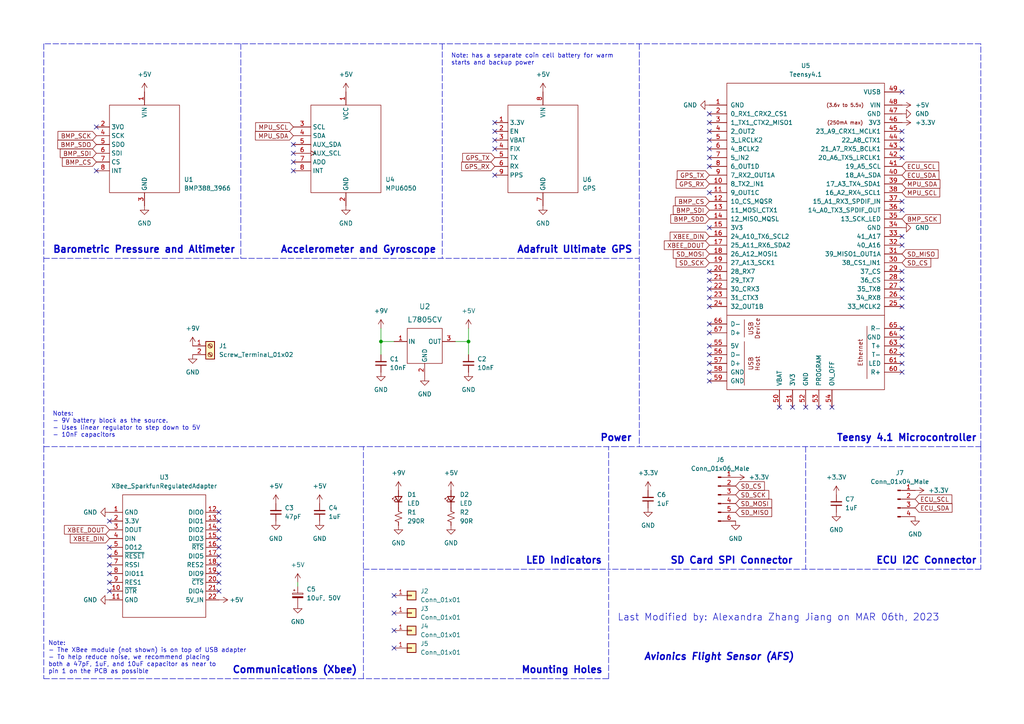
<source format=kicad_sch>
(kicad_sch (version 20211123) (generator eeschema)

  (uuid 914e70d8-4a87-401f-9eec-90c907ad61cb)

  (paper "A4")

  (lib_symbols
    (symbol "ATP_Teensy-lib:Adafruit_Ultimate_GPS" (in_bom yes) (on_board yes)
      (property "Reference" "U" (id 0) (at 5.08 -17.78 0)
        (effects (font (size 1.27 1.27)))
      )
      (property "Value" "Adafruit_Ultimate_GPS" (id 1) (at 12.7 -15.24 0)
        (effects (font (size 1.27 1.27)))
      )
      (property "Footprint" "" (id 2) (at 0 -17.78 0)
        (effects (font (size 1.27 1.27)) hide)
      )
      (property "Datasheet" "" (id 3) (at 0 -17.78 0)
        (effects (font (size 1.27 1.27)) hide)
      )
      (symbol "Adafruit_Ultimate_GPS_0_1"
        (rectangle (start -10.16 12.7) (end 10.16 -12.7)
          (stroke (width 0) (type default) (color 0 0 0 0))
          (fill (type none))
        )
      )
      (symbol "Adafruit_Ultimate_GPS_1_1"
        (pin power_out line (at -13.97 7.62 0) (length 3.81)
          (name "3.3V" (effects (font (size 1.27 1.27))))
          (number "1" (effects (font (size 1.27 1.27))))
        )
        (pin input line (at -13.97 5.08 0) (length 3.81)
          (name "EN" (effects (font (size 1.27 1.27))))
          (number "2" (effects (font (size 1.27 1.27))))
        )
        (pin input line (at -13.97 2.54 0) (length 3.81)
          (name "VBAT" (effects (font (size 1.27 1.27))))
          (number "3" (effects (font (size 1.27 1.27))))
        )
        (pin output line (at -13.97 0 0) (length 3.81)
          (name "FIX" (effects (font (size 1.27 1.27))))
          (number "4" (effects (font (size 1.27 1.27))))
        )
        (pin output line (at -13.97 -2.54 0) (length 3.81)
          (name "TX" (effects (font (size 1.27 1.27))))
          (number "5" (effects (font (size 1.27 1.27))))
        )
        (pin input line (at -13.97 -5.08 0) (length 3.81)
          (name "RX" (effects (font (size 1.27 1.27))))
          (number "6" (effects (font (size 1.27 1.27))))
        )
        (pin power_in line (at 0 -16.51 90) (length 3.81)
          (name "GND" (effects (font (size 1.27 1.27))))
          (number "7" (effects (font (size 1.27 1.27))))
        )
        (pin power_in line (at 0 16.51 270) (length 3.81)
          (name "VIN" (effects (font (size 1.27 1.27))))
          (number "8" (effects (font (size 1.27 1.27))))
        )
        (pin output line (at -13.97 -7.62 0) (length 3.81)
          (name "PPS" (effects (font (size 1.27 1.27))))
          (number "9" (effects (font (size 1.27 1.27))))
        )
      )
    )
    (symbol "ATP_Teensy-lib:BMP388_3966" (in_bom yes) (on_board yes)
      (property "Reference" "U" (id 0) (at 12.7 -16.51 0)
        (effects (font (size 1.27 1.27)))
      )
      (property "Value" "BMP388_3966" (id 1) (at 7.62 -13.97 0)
        (effects (font (size 1.27 1.27)))
      )
      (property "Footprint" "" (id 2) (at 0 -17.78 0)
        (effects (font (size 1.27 1.27)) hide)
      )
      (property "Datasheet" "" (id 3) (at 0 -17.78 0)
        (effects (font (size 1.27 1.27)) hide)
      )
      (symbol "BMP388_3966_0_1"
        (rectangle (start -10.16 12.7) (end 10.16 -12.7)
          (stroke (width 0) (type default) (color 0 0 0 0))
          (fill (type none))
        )
      )
      (symbol "BMP388_3966_1_1"
        (pin power_in line (at 0 16.51 270) (length 3.81)
          (name "VIN" (effects (font (size 1.27 1.27))))
          (number "1" (effects (font (size 1.27 1.27))))
        )
        (pin passive line (at -13.97 6.35 0) (length 3.81)
          (name "3VO" (effects (font (size 1.27 1.27))))
          (number "2" (effects (font (size 1.27 1.27))))
        )
        (pin power_in line (at 0 -16.51 90) (length 3.81)
          (name "GND" (effects (font (size 1.27 1.27))))
          (number "3" (effects (font (size 1.27 1.27))))
        )
        (pin input line (at -13.97 3.81 0) (length 3.81)
          (name "SCK" (effects (font (size 1.27 1.27))))
          (number "4" (effects (font (size 1.27 1.27))))
        )
        (pin output line (at -13.97 1.27 0) (length 3.81)
          (name "SDO" (effects (font (size 1.27 1.27))))
          (number "5" (effects (font (size 1.27 1.27))))
        )
        (pin input line (at -13.97 -1.27 0) (length 3.81)
          (name "SDI" (effects (font (size 1.27 1.27))))
          (number "6" (effects (font (size 1.27 1.27))))
        )
        (pin input line (at -13.97 -3.81 0) (length 3.81)
          (name "CS" (effects (font (size 1.27 1.27))))
          (number "7" (effects (font (size 1.27 1.27))))
        )
        (pin output line (at -13.97 -6.35 0) (length 3.81)
          (name "INT" (effects (font (size 1.27 1.27))))
          (number "8" (effects (font (size 1.27 1.27))))
        )
      )
    )
    (symbol "ATP_Teensy-lib:MPU6050" (in_bom yes) (on_board yes)
      (property "Reference" "U" (id 0) (at 7.62 -19.05 0)
        (effects (font (size 1.27 1.27)))
      )
      (property "Value" "MPU6050" (id 1) (at 6.35 -16.51 0)
        (effects (font (size 1.27 1.27)))
      )
      (property "Footprint" "" (id 2) (at 0 -19.05 0)
        (effects (font (size 1.27 1.27)) hide)
      )
      (property "Datasheet" "" (id 3) (at 0 -19.05 0)
        (effects (font (size 1.27 1.27)) hide)
      )
      (symbol "MPU6050_0_0"
        (text "" (at 15.24 -3.81 0)
          (effects (font (size 1.27 1.27)))
        )
      )
      (symbol "MPU6050_0_1"
        (rectangle (start -10.16 11.43) (end 10.16 -13.97)
          (stroke (width 0) (type default) (color 0 0 0 0))
          (fill (type none))
        )
      )
      (symbol "MPU6050_1_1"
        (pin power_in line (at 0 15.24 270) (length 3.81)
          (name "VCC" (effects (font (size 1.27 1.27))))
          (number "1" (effects (font (size 1.27 1.27))))
        )
        (pin power_in line (at 0 -17.78 90) (length 3.81)
          (name "GND" (effects (font (size 1.27 1.27))))
          (number "2" (effects (font (size 1.27 1.27))))
        )
        (pin input line (at -15.24 5.08 0) (length 5.08)
          (name "SCL" (effects (font (size 1.27 1.27))))
          (number "3" (effects (font (size 1.27 1.27))))
        )
        (pin bidirectional line (at -15.24 2.54 0) (length 5.08)
          (name "SDA" (effects (font (size 1.27 1.27))))
          (number "4" (effects (font (size 1.27 1.27))))
        )
        (pin bidirectional line (at -15.24 0 0) (length 5.08)
          (name "AUX_SDA" (effects (font (size 1.27 1.27))))
          (number "5" (effects (font (size 1.27 1.27))))
        )
        (pin output clock (at -15.24 -2.54 0) (length 5.08)
          (name "AUX_SCL" (effects (font (size 1.27 1.27))))
          (number "6" (effects (font (size 1.27 1.27))))
        )
        (pin passive line (at -15.24 -5.08 0) (length 5.08)
          (name "ADO" (effects (font (size 1.27 1.27))))
          (number "7" (effects (font (size 1.27 1.27))))
        )
        (pin output line (at -15.24 -7.62 0) (length 5.08)
          (name "INT" (effects (font (size 1.27 1.27))))
          (number "8" (effects (font (size 1.27 1.27))))
        )
      )
    )
    (symbol "ATP_Teensy-lib:XBee_SparkfunRegulatedAdapter" (in_bom yes) (on_board yes)
      (property "Reference" "U" (id 0) (at -1.27 22.86 0)
        (effects (font (size 1.27 1.27)))
      )
      (property "Value" "XBee_SparkfunRegulatedAdapter" (id 1) (at 0 20.32 0)
        (effects (font (size 1.27 1.27)))
      )
      (property "Footprint" "" (id 2) (at 0 20.32 0)
        (effects (font (size 1.27 1.27)) hide)
      )
      (property "Datasheet" "" (id 3) (at 0 20.32 0)
        (effects (font (size 1.27 1.27)) hide)
      )
      (symbol "XBee_SparkfunRegulatedAdapter_0_1"
        (rectangle (start -12.7 17.78) (end 11.43 -17.78)
          (stroke (width 0) (type default) (color 0 0 0 0))
          (fill (type none))
        )
      )
      (symbol "XBee_SparkfunRegulatedAdapter_1_1"
        (pin input line (at -16.51 12.7 0) (length 3.81)
          (name "GND" (effects (font (size 1.27 1.27))))
          (number "1" (effects (font (size 1.27 1.27))))
        )
        (pin bidirectional line (at -16.51 -10.16 0) (length 3.81)
          (name "~{DTR}" (effects (font (size 1.27 1.27))))
          (number "10" (effects (font (size 1.27 1.27))))
        )
        (pin bidirectional line (at -16.51 -12.7 0) (length 3.81)
          (name "GND" (effects (font (size 1.27 1.27))))
          (number "11" (effects (font (size 1.27 1.27))))
        )
        (pin bidirectional line (at 15.24 12.7 180) (length 3.81)
          (name "DIO0" (effects (font (size 1.27 1.27))))
          (number "12" (effects (font (size 1.27 1.27))))
        )
        (pin bidirectional line (at 15.24 10.16 180) (length 3.81)
          (name "DIO1" (effects (font (size 1.27 1.27))))
          (number "13" (effects (font (size 1.27 1.27))))
        )
        (pin bidirectional line (at 15.24 7.62 180) (length 3.81)
          (name "DIO2" (effects (font (size 1.27 1.27))))
          (number "14" (effects (font (size 1.27 1.27))))
        )
        (pin bidirectional line (at 15.24 5.08 180) (length 3.81)
          (name "DIO3" (effects (font (size 1.27 1.27))))
          (number "15" (effects (font (size 1.27 1.27))))
        )
        (pin bidirectional line (at 15.24 2.54 180) (length 3.81)
          (name "~{RTS}" (effects (font (size 1.27 1.27))))
          (number "16" (effects (font (size 1.27 1.27))))
        )
        (pin bidirectional line (at 15.24 0 180) (length 3.81)
          (name "DIO5" (effects (font (size 1.27 1.27))))
          (number "17" (effects (font (size 1.27 1.27))))
        )
        (pin input line (at 15.24 -2.54 180) (length 3.81)
          (name "RES2" (effects (font (size 1.27 1.27))))
          (number "18" (effects (font (size 1.27 1.27))))
        )
        (pin output line (at 15.24 -5.08 180) (length 3.81)
          (name "DIO9" (effects (font (size 1.27 1.27))))
          (number "19" (effects (font (size 1.27 1.27))))
        )
        (pin power_in line (at -16.51 10.16 0) (length 3.81)
          (name "3.3V" (effects (font (size 1.27 1.27))))
          (number "2" (effects (font (size 1.27 1.27))))
        )
        (pin bidirectional line (at 15.24 -7.62 180) (length 3.81)
          (name "~{CTS}" (effects (font (size 1.27 1.27))))
          (number "20" (effects (font (size 1.27 1.27))))
        )
        (pin bidirectional line (at 15.24 -10.16 180) (length 3.81)
          (name "DIO4" (effects (font (size 1.27 1.27))))
          (number "21" (effects (font (size 1.27 1.27))))
        )
        (pin power_in line (at 15.24 -12.7 180) (length 3.81)
          (name "5V_IN" (effects (font (size 1.27 1.27))))
          (number "22" (effects (font (size 1.27 1.27))))
        )
        (pin bidirectional line (at -16.51 7.62 0) (length 3.81)
          (name "DOUT" (effects (font (size 1.27 1.27))))
          (number "3" (effects (font (size 1.27 1.27))))
        )
        (pin bidirectional line (at -16.51 5.08 0) (length 3.81)
          (name "DIN" (effects (font (size 1.27 1.27))))
          (number "4" (effects (font (size 1.27 1.27))))
        )
        (pin bidirectional line (at -16.51 2.54 0) (length 3.81)
          (name "DO12" (effects (font (size 1.27 1.27))))
          (number "5" (effects (font (size 1.27 1.27))))
        )
        (pin input line (at -16.51 0 0) (length 3.81)
          (name "~{RESET}" (effects (font (size 1.27 1.27))))
          (number "6" (effects (font (size 1.27 1.27))))
        )
        (pin bidirectional line (at -16.51 -2.54 0) (length 3.81)
          (name "RSSI" (effects (font (size 1.27 1.27))))
          (number "7" (effects (font (size 1.27 1.27))))
        )
        (pin bidirectional line (at -16.51 -5.08 0) (length 3.81)
          (name "DIO11" (effects (font (size 1.27 1.27))))
          (number "8" (effects (font (size 1.27 1.27))))
        )
        (pin bidirectional line (at -16.51 -7.62 0) (length 3.81)
          (name "RES1" (effects (font (size 1.27 1.27))))
          (number "9" (effects (font (size 1.27 1.27))))
        )
      )
    )
    (symbol "Connector:Conn_01x04_Male" (pin_names (offset 1.016) hide) (in_bom yes) (on_board yes)
      (property "Reference" "J" (id 0) (at 0 5.08 0)
        (effects (font (size 1.27 1.27)))
      )
      (property "Value" "Conn_01x04_Male" (id 1) (at 0 -7.62 0)
        (effects (font (size 1.27 1.27)))
      )
      (property "Footprint" "" (id 2) (at 0 0 0)
        (effects (font (size 1.27 1.27)) hide)
      )
      (property "Datasheet" "~" (id 3) (at 0 0 0)
        (effects (font (size 1.27 1.27)) hide)
      )
      (property "ki_keywords" "connector" (id 4) (at 0 0 0)
        (effects (font (size 1.27 1.27)) hide)
      )
      (property "ki_description" "Generic connector, single row, 01x04, script generated (kicad-library-utils/schlib/autogen/connector/)" (id 5) (at 0 0 0)
        (effects (font (size 1.27 1.27)) hide)
      )
      (property "ki_fp_filters" "Connector*:*_1x??_*" (id 6) (at 0 0 0)
        (effects (font (size 1.27 1.27)) hide)
      )
      (symbol "Conn_01x04_Male_1_1"
        (polyline
          (pts
            (xy 1.27 -5.08)
            (xy 0.8636 -5.08)
          )
          (stroke (width 0.1524) (type default) (color 0 0 0 0))
          (fill (type none))
        )
        (polyline
          (pts
            (xy 1.27 -2.54)
            (xy 0.8636 -2.54)
          )
          (stroke (width 0.1524) (type default) (color 0 0 0 0))
          (fill (type none))
        )
        (polyline
          (pts
            (xy 1.27 0)
            (xy 0.8636 0)
          )
          (stroke (width 0.1524) (type default) (color 0 0 0 0))
          (fill (type none))
        )
        (polyline
          (pts
            (xy 1.27 2.54)
            (xy 0.8636 2.54)
          )
          (stroke (width 0.1524) (type default) (color 0 0 0 0))
          (fill (type none))
        )
        (rectangle (start 0.8636 -4.953) (end 0 -5.207)
          (stroke (width 0.1524) (type default) (color 0 0 0 0))
          (fill (type outline))
        )
        (rectangle (start 0.8636 -2.413) (end 0 -2.667)
          (stroke (width 0.1524) (type default) (color 0 0 0 0))
          (fill (type outline))
        )
        (rectangle (start 0.8636 0.127) (end 0 -0.127)
          (stroke (width 0.1524) (type default) (color 0 0 0 0))
          (fill (type outline))
        )
        (rectangle (start 0.8636 2.667) (end 0 2.413)
          (stroke (width 0.1524) (type default) (color 0 0 0 0))
          (fill (type outline))
        )
        (pin passive line (at 5.08 2.54 180) (length 3.81)
          (name "Pin_1" (effects (font (size 1.27 1.27))))
          (number "1" (effects (font (size 1.27 1.27))))
        )
        (pin passive line (at 5.08 0 180) (length 3.81)
          (name "Pin_2" (effects (font (size 1.27 1.27))))
          (number "2" (effects (font (size 1.27 1.27))))
        )
        (pin passive line (at 5.08 -2.54 180) (length 3.81)
          (name "Pin_3" (effects (font (size 1.27 1.27))))
          (number "3" (effects (font (size 1.27 1.27))))
        )
        (pin passive line (at 5.08 -5.08 180) (length 3.81)
          (name "Pin_4" (effects (font (size 1.27 1.27))))
          (number "4" (effects (font (size 1.27 1.27))))
        )
      )
    )
    (symbol "Connector:Conn_01x06_Male" (pin_names (offset 1.016) hide) (in_bom yes) (on_board yes)
      (property "Reference" "J" (id 0) (at 0 7.62 0)
        (effects (font (size 1.27 1.27)))
      )
      (property "Value" "Conn_01x06_Male" (id 1) (at 0 -10.16 0)
        (effects (font (size 1.27 1.27)))
      )
      (property "Footprint" "" (id 2) (at 0 0 0)
        (effects (font (size 1.27 1.27)) hide)
      )
      (property "Datasheet" "~" (id 3) (at 0 0 0)
        (effects (font (size 1.27 1.27)) hide)
      )
      (property "ki_keywords" "connector" (id 4) (at 0 0 0)
        (effects (font (size 1.27 1.27)) hide)
      )
      (property "ki_description" "Generic connector, single row, 01x06, script generated (kicad-library-utils/schlib/autogen/connector/)" (id 5) (at 0 0 0)
        (effects (font (size 1.27 1.27)) hide)
      )
      (property "ki_fp_filters" "Connector*:*_1x??_*" (id 6) (at 0 0 0)
        (effects (font (size 1.27 1.27)) hide)
      )
      (symbol "Conn_01x06_Male_1_1"
        (polyline
          (pts
            (xy 1.27 -7.62)
            (xy 0.8636 -7.62)
          )
          (stroke (width 0.1524) (type default) (color 0 0 0 0))
          (fill (type none))
        )
        (polyline
          (pts
            (xy 1.27 -5.08)
            (xy 0.8636 -5.08)
          )
          (stroke (width 0.1524) (type default) (color 0 0 0 0))
          (fill (type none))
        )
        (polyline
          (pts
            (xy 1.27 -2.54)
            (xy 0.8636 -2.54)
          )
          (stroke (width 0.1524) (type default) (color 0 0 0 0))
          (fill (type none))
        )
        (polyline
          (pts
            (xy 1.27 0)
            (xy 0.8636 0)
          )
          (stroke (width 0.1524) (type default) (color 0 0 0 0))
          (fill (type none))
        )
        (polyline
          (pts
            (xy 1.27 2.54)
            (xy 0.8636 2.54)
          )
          (stroke (width 0.1524) (type default) (color 0 0 0 0))
          (fill (type none))
        )
        (polyline
          (pts
            (xy 1.27 5.08)
            (xy 0.8636 5.08)
          )
          (stroke (width 0.1524) (type default) (color 0 0 0 0))
          (fill (type none))
        )
        (rectangle (start 0.8636 -7.493) (end 0 -7.747)
          (stroke (width 0.1524) (type default) (color 0 0 0 0))
          (fill (type outline))
        )
        (rectangle (start 0.8636 -4.953) (end 0 -5.207)
          (stroke (width 0.1524) (type default) (color 0 0 0 0))
          (fill (type outline))
        )
        (rectangle (start 0.8636 -2.413) (end 0 -2.667)
          (stroke (width 0.1524) (type default) (color 0 0 0 0))
          (fill (type outline))
        )
        (rectangle (start 0.8636 0.127) (end 0 -0.127)
          (stroke (width 0.1524) (type default) (color 0 0 0 0))
          (fill (type outline))
        )
        (rectangle (start 0.8636 2.667) (end 0 2.413)
          (stroke (width 0.1524) (type default) (color 0 0 0 0))
          (fill (type outline))
        )
        (rectangle (start 0.8636 5.207) (end 0 4.953)
          (stroke (width 0.1524) (type default) (color 0 0 0 0))
          (fill (type outline))
        )
        (pin passive line (at 5.08 5.08 180) (length 3.81)
          (name "Pin_1" (effects (font (size 1.27 1.27))))
          (number "1" (effects (font (size 1.27 1.27))))
        )
        (pin passive line (at 5.08 2.54 180) (length 3.81)
          (name "Pin_2" (effects (font (size 1.27 1.27))))
          (number "2" (effects (font (size 1.27 1.27))))
        )
        (pin passive line (at 5.08 0 180) (length 3.81)
          (name "Pin_3" (effects (font (size 1.27 1.27))))
          (number "3" (effects (font (size 1.27 1.27))))
        )
        (pin passive line (at 5.08 -2.54 180) (length 3.81)
          (name "Pin_4" (effects (font (size 1.27 1.27))))
          (number "4" (effects (font (size 1.27 1.27))))
        )
        (pin passive line (at 5.08 -5.08 180) (length 3.81)
          (name "Pin_5" (effects (font (size 1.27 1.27))))
          (number "5" (effects (font (size 1.27 1.27))))
        )
        (pin passive line (at 5.08 -7.62 180) (length 3.81)
          (name "Pin_6" (effects (font (size 1.27 1.27))))
          (number "6" (effects (font (size 1.27 1.27))))
        )
      )
    )
    (symbol "Connector:Screw_Terminal_01x02" (pin_names (offset 1.016) hide) (in_bom yes) (on_board yes)
      (property "Reference" "J" (id 0) (at 0 2.54 0)
        (effects (font (size 1.27 1.27)))
      )
      (property "Value" "Screw_Terminal_01x02" (id 1) (at 0 -5.08 0)
        (effects (font (size 1.27 1.27)))
      )
      (property "Footprint" "" (id 2) (at 0 0 0)
        (effects (font (size 1.27 1.27)) hide)
      )
      (property "Datasheet" "~" (id 3) (at 0 0 0)
        (effects (font (size 1.27 1.27)) hide)
      )
      (property "ki_keywords" "screw terminal" (id 4) (at 0 0 0)
        (effects (font (size 1.27 1.27)) hide)
      )
      (property "ki_description" "Generic screw terminal, single row, 01x02, script generated (kicad-library-utils/schlib/autogen/connector/)" (id 5) (at 0 0 0)
        (effects (font (size 1.27 1.27)) hide)
      )
      (property "ki_fp_filters" "TerminalBlock*:*" (id 6) (at 0 0 0)
        (effects (font (size 1.27 1.27)) hide)
      )
      (symbol "Screw_Terminal_01x02_1_1"
        (rectangle (start -1.27 1.27) (end 1.27 -3.81)
          (stroke (width 0.254) (type default) (color 0 0 0 0))
          (fill (type background))
        )
        (circle (center 0 -2.54) (radius 0.635)
          (stroke (width 0.1524) (type default) (color 0 0 0 0))
          (fill (type none))
        )
        (polyline
          (pts
            (xy -0.5334 -2.2098)
            (xy 0.3302 -3.048)
          )
          (stroke (width 0.1524) (type default) (color 0 0 0 0))
          (fill (type none))
        )
        (polyline
          (pts
            (xy -0.5334 0.3302)
            (xy 0.3302 -0.508)
          )
          (stroke (width 0.1524) (type default) (color 0 0 0 0))
          (fill (type none))
        )
        (polyline
          (pts
            (xy -0.3556 -2.032)
            (xy 0.508 -2.8702)
          )
          (stroke (width 0.1524) (type default) (color 0 0 0 0))
          (fill (type none))
        )
        (polyline
          (pts
            (xy -0.3556 0.508)
            (xy 0.508 -0.3302)
          )
          (stroke (width 0.1524) (type default) (color 0 0 0 0))
          (fill (type none))
        )
        (circle (center 0 0) (radius 0.635)
          (stroke (width 0.1524) (type default) (color 0 0 0 0))
          (fill (type none))
        )
        (pin passive line (at -5.08 0 0) (length 3.81)
          (name "Pin_1" (effects (font (size 1.27 1.27))))
          (number "1" (effects (font (size 1.27 1.27))))
        )
        (pin passive line (at -5.08 -2.54 0) (length 3.81)
          (name "Pin_2" (effects (font (size 1.27 1.27))))
          (number "2" (effects (font (size 1.27 1.27))))
        )
      )
    )
    (symbol "Connector_Generic:Conn_01x01" (pin_names (offset 1.016) hide) (in_bom yes) (on_board yes)
      (property "Reference" "J" (id 0) (at 0 2.54 0)
        (effects (font (size 1.27 1.27)))
      )
      (property "Value" "Conn_01x01" (id 1) (at 0 -2.54 0)
        (effects (font (size 1.27 1.27)))
      )
      (property "Footprint" "" (id 2) (at 0 0 0)
        (effects (font (size 1.27 1.27)) hide)
      )
      (property "Datasheet" "~" (id 3) (at 0 0 0)
        (effects (font (size 1.27 1.27)) hide)
      )
      (property "ki_keywords" "connector" (id 4) (at 0 0 0)
        (effects (font (size 1.27 1.27)) hide)
      )
      (property "ki_description" "Generic connector, single row, 01x01, script generated (kicad-library-utils/schlib/autogen/connector/)" (id 5) (at 0 0 0)
        (effects (font (size 1.27 1.27)) hide)
      )
      (property "ki_fp_filters" "Connector*:*_1x??_*" (id 6) (at 0 0 0)
        (effects (font (size 1.27 1.27)) hide)
      )
      (symbol "Conn_01x01_1_1"
        (rectangle (start -1.27 0.127) (end 0 -0.127)
          (stroke (width 0.1524) (type default) (color 0 0 0 0))
          (fill (type none))
        )
        (rectangle (start -1.27 1.27) (end 1.27 -1.27)
          (stroke (width 0.254) (type default) (color 0 0 0 0))
          (fill (type background))
        )
        (pin passive line (at -5.08 0 0) (length 3.81)
          (name "Pin_1" (effects (font (size 1.27 1.27))))
          (number "1" (effects (font (size 1.27 1.27))))
        )
      )
    )
    (symbol "Device:C_Polarized_Small" (pin_numbers hide) (pin_names (offset 0.254) hide) (in_bom yes) (on_board yes)
      (property "Reference" "C" (id 0) (at 0.254 1.778 0)
        (effects (font (size 1.27 1.27)) (justify left))
      )
      (property "Value" "C_Polarized_Small" (id 1) (at 0.254 -2.032 0)
        (effects (font (size 1.27 1.27)) (justify left))
      )
      (property "Footprint" "" (id 2) (at 0 0 0)
        (effects (font (size 1.27 1.27)) hide)
      )
      (property "Datasheet" "~" (id 3) (at 0 0 0)
        (effects (font (size 1.27 1.27)) hide)
      )
      (property "ki_keywords" "cap capacitor" (id 4) (at 0 0 0)
        (effects (font (size 1.27 1.27)) hide)
      )
      (property "ki_description" "Polarized capacitor, small symbol" (id 5) (at 0 0 0)
        (effects (font (size 1.27 1.27)) hide)
      )
      (property "ki_fp_filters" "CP_*" (id 6) (at 0 0 0)
        (effects (font (size 1.27 1.27)) hide)
      )
      (symbol "C_Polarized_Small_0_1"
        (rectangle (start -1.524 -0.3048) (end 1.524 -0.6858)
          (stroke (width 0) (type default) (color 0 0 0 0))
          (fill (type outline))
        )
        (rectangle (start -1.524 0.6858) (end 1.524 0.3048)
          (stroke (width 0) (type default) (color 0 0 0 0))
          (fill (type none))
        )
        (polyline
          (pts
            (xy -1.27 1.524)
            (xy -0.762 1.524)
          )
          (stroke (width 0) (type default) (color 0 0 0 0))
          (fill (type none))
        )
        (polyline
          (pts
            (xy -1.016 1.27)
            (xy -1.016 1.778)
          )
          (stroke (width 0) (type default) (color 0 0 0 0))
          (fill (type none))
        )
      )
      (symbol "C_Polarized_Small_1_1"
        (pin passive line (at 0 2.54 270) (length 1.8542)
          (name "~" (effects (font (size 1.27 1.27))))
          (number "1" (effects (font (size 1.27 1.27))))
        )
        (pin passive line (at 0 -2.54 90) (length 1.8542)
          (name "~" (effects (font (size 1.27 1.27))))
          (number "2" (effects (font (size 1.27 1.27))))
        )
      )
    )
    (symbol "Device:C_Small" (pin_numbers hide) (pin_names (offset 0.254) hide) (in_bom yes) (on_board yes)
      (property "Reference" "C" (id 0) (at 0.254 1.778 0)
        (effects (font (size 1.27 1.27)) (justify left))
      )
      (property "Value" "C_Small" (id 1) (at 0.254 -2.032 0)
        (effects (font (size 1.27 1.27)) (justify left))
      )
      (property "Footprint" "" (id 2) (at 0 0 0)
        (effects (font (size 1.27 1.27)) hide)
      )
      (property "Datasheet" "~" (id 3) (at 0 0 0)
        (effects (font (size 1.27 1.27)) hide)
      )
      (property "ki_keywords" "capacitor cap" (id 4) (at 0 0 0)
        (effects (font (size 1.27 1.27)) hide)
      )
      (property "ki_description" "Unpolarized capacitor, small symbol" (id 5) (at 0 0 0)
        (effects (font (size 1.27 1.27)) hide)
      )
      (property "ki_fp_filters" "C_*" (id 6) (at 0 0 0)
        (effects (font (size 1.27 1.27)) hide)
      )
      (symbol "C_Small_0_1"
        (polyline
          (pts
            (xy -1.524 -0.508)
            (xy 1.524 -0.508)
          )
          (stroke (width 0.3302) (type default) (color 0 0 0 0))
          (fill (type none))
        )
        (polyline
          (pts
            (xy -1.524 0.508)
            (xy 1.524 0.508)
          )
          (stroke (width 0.3048) (type default) (color 0 0 0 0))
          (fill (type none))
        )
      )
      (symbol "C_Small_1_1"
        (pin passive line (at 0 2.54 270) (length 2.032)
          (name "~" (effects (font (size 1.27 1.27))))
          (number "1" (effects (font (size 1.27 1.27))))
        )
        (pin passive line (at 0 -2.54 90) (length 2.032)
          (name "~" (effects (font (size 1.27 1.27))))
          (number "2" (effects (font (size 1.27 1.27))))
        )
      )
    )
    (symbol "Device:LED_Small" (pin_numbers hide) (pin_names (offset 0.254) hide) (in_bom yes) (on_board yes)
      (property "Reference" "D" (id 0) (at -1.27 3.175 0)
        (effects (font (size 1.27 1.27)) (justify left))
      )
      (property "Value" "LED_Small" (id 1) (at -4.445 -2.54 0)
        (effects (font (size 1.27 1.27)) (justify left))
      )
      (property "Footprint" "" (id 2) (at 0 0 90)
        (effects (font (size 1.27 1.27)) hide)
      )
      (property "Datasheet" "~" (id 3) (at 0 0 90)
        (effects (font (size 1.27 1.27)) hide)
      )
      (property "ki_keywords" "LED diode light-emitting-diode" (id 4) (at 0 0 0)
        (effects (font (size 1.27 1.27)) hide)
      )
      (property "ki_description" "Light emitting diode, small symbol" (id 5) (at 0 0 0)
        (effects (font (size 1.27 1.27)) hide)
      )
      (property "ki_fp_filters" "LED* LED_SMD:* LED_THT:*" (id 6) (at 0 0 0)
        (effects (font (size 1.27 1.27)) hide)
      )
      (symbol "LED_Small_0_1"
        (polyline
          (pts
            (xy -0.762 -1.016)
            (xy -0.762 1.016)
          )
          (stroke (width 0.254) (type default) (color 0 0 0 0))
          (fill (type none))
        )
        (polyline
          (pts
            (xy 1.016 0)
            (xy -0.762 0)
          )
          (stroke (width 0) (type default) (color 0 0 0 0))
          (fill (type none))
        )
        (polyline
          (pts
            (xy 0.762 -1.016)
            (xy -0.762 0)
            (xy 0.762 1.016)
            (xy 0.762 -1.016)
          )
          (stroke (width 0.254) (type default) (color 0 0 0 0))
          (fill (type none))
        )
        (polyline
          (pts
            (xy 0 0.762)
            (xy -0.508 1.27)
            (xy -0.254 1.27)
            (xy -0.508 1.27)
            (xy -0.508 1.016)
          )
          (stroke (width 0) (type default) (color 0 0 0 0))
          (fill (type none))
        )
        (polyline
          (pts
            (xy 0.508 1.27)
            (xy 0 1.778)
            (xy 0.254 1.778)
            (xy 0 1.778)
            (xy 0 1.524)
          )
          (stroke (width 0) (type default) (color 0 0 0 0))
          (fill (type none))
        )
      )
      (symbol "LED_Small_1_1"
        (pin passive line (at -2.54 0 0) (length 1.778)
          (name "K" (effects (font (size 1.27 1.27))))
          (number "1" (effects (font (size 1.27 1.27))))
        )
        (pin passive line (at 2.54 0 180) (length 1.778)
          (name "A" (effects (font (size 1.27 1.27))))
          (number "2" (effects (font (size 1.27 1.27))))
        )
      )
    )
    (symbol "Device:R_Small_US" (pin_numbers hide) (pin_names (offset 0.254) hide) (in_bom yes) (on_board yes)
      (property "Reference" "R" (id 0) (at 0.762 0.508 0)
        (effects (font (size 1.27 1.27)) (justify left))
      )
      (property "Value" "R_Small_US" (id 1) (at 0.762 -1.016 0)
        (effects (font (size 1.27 1.27)) (justify left))
      )
      (property "Footprint" "" (id 2) (at 0 0 0)
        (effects (font (size 1.27 1.27)) hide)
      )
      (property "Datasheet" "~" (id 3) (at 0 0 0)
        (effects (font (size 1.27 1.27)) hide)
      )
      (property "ki_keywords" "r resistor" (id 4) (at 0 0 0)
        (effects (font (size 1.27 1.27)) hide)
      )
      (property "ki_description" "Resistor, small US symbol" (id 5) (at 0 0 0)
        (effects (font (size 1.27 1.27)) hide)
      )
      (property "ki_fp_filters" "R_*" (id 6) (at 0 0 0)
        (effects (font (size 1.27 1.27)) hide)
      )
      (symbol "R_Small_US_1_1"
        (polyline
          (pts
            (xy 0 0)
            (xy 1.016 -0.381)
            (xy 0 -0.762)
            (xy -1.016 -1.143)
            (xy 0 -1.524)
          )
          (stroke (width 0) (type default) (color 0 0 0 0))
          (fill (type none))
        )
        (polyline
          (pts
            (xy 0 1.524)
            (xy 1.016 1.143)
            (xy 0 0.762)
            (xy -1.016 0.381)
            (xy 0 0)
          )
          (stroke (width 0) (type default) (color 0 0 0 0))
          (fill (type none))
        )
        (pin passive line (at 0 2.54 270) (length 1.016)
          (name "~" (effects (font (size 1.27 1.27))))
          (number "1" (effects (font (size 1.27 1.27))))
        )
        (pin passive line (at 0 -2.54 90) (length 1.016)
          (name "~" (effects (font (size 1.27 1.27))))
          (number "2" (effects (font (size 1.27 1.27))))
        )
      )
    )
    (symbol "L7805CV_1" (pin_names (offset 0.254)) (in_bom yes) (on_board yes)
      (property "Reference" "U" (id 0) (at 0 10.16 0)
        (effects (font (size 1.524 1.524)))
      )
      (property "Value" "L7805CV_1" (id 1) (at 0 7.62 0)
        (effects (font (size 1.524 1.524)))
      )
      (property "Footprint" "TO-220_STM" (id 2) (at 0 6.096 0)
        (effects (font (size 1.524 1.524)) hide)
      )
      (property "Datasheet" "" (id 3) (at -25.4 2.54 0)
        (effects (font (size 1.524 1.524)))
      )
      (property "ki_locked" "" (id 4) (at 0 0 0)
        (effects (font (size 1.27 1.27)))
      )
      (property "ki_fp_filters" "TO-220_STM" (id 5) (at 0 0 0)
        (effects (font (size 1.27 1.27)) hide)
      )
      (symbol "L7805CV_1_0_1"
        (rectangle (start -5.08 5.08) (end 5.08 -5.08)
          (stroke (width 0.1524) (type default) (color 0 0 0 0))
          (fill (type none))
        )
      )
      (symbol "L7805CV_1_1_1"
        (pin power_in line (at -8.89 1.27 0) (length 3.81)
          (name "IN" (effects (font (size 1.27 1.27))))
          (number "1" (effects (font (size 1.27 1.27))))
        )
        (pin power_in line (at 0 -8.89 90) (length 3.81)
          (name "GND" (effects (font (size 1.27 1.27))))
          (number "2" (effects (font (size 1.27 1.27))))
        )
        (pin power_out line (at 8.89 1.27 180) (length 3.81)
          (name "OUT" (effects (font (size 1.27 1.27))))
          (number "3" (effects (font (size 1.27 1.27))))
        )
      )
    )
    (symbol "power:+3.3V" (power) (pin_names (offset 0)) (in_bom yes) (on_board yes)
      (property "Reference" "#PWR" (id 0) (at 0 -3.81 0)
        (effects (font (size 1.27 1.27)) hide)
      )
      (property "Value" "+3.3V" (id 1) (at 0 3.556 0)
        (effects (font (size 1.27 1.27)))
      )
      (property "Footprint" "" (id 2) (at 0 0 0)
        (effects (font (size 1.27 1.27)) hide)
      )
      (property "Datasheet" "" (id 3) (at 0 0 0)
        (effects (font (size 1.27 1.27)) hide)
      )
      (property "ki_keywords" "power-flag" (id 4) (at 0 0 0)
        (effects (font (size 1.27 1.27)) hide)
      )
      (property "ki_description" "Power symbol creates a global label with name \"+3.3V\"" (id 5) (at 0 0 0)
        (effects (font (size 1.27 1.27)) hide)
      )
      (symbol "+3.3V_0_1"
        (polyline
          (pts
            (xy -0.762 1.27)
            (xy 0 2.54)
          )
          (stroke (width 0) (type default) (color 0 0 0 0))
          (fill (type none))
        )
        (polyline
          (pts
            (xy 0 0)
            (xy 0 2.54)
          )
          (stroke (width 0) (type default) (color 0 0 0 0))
          (fill (type none))
        )
        (polyline
          (pts
            (xy 0 2.54)
            (xy 0.762 1.27)
          )
          (stroke (width 0) (type default) (color 0 0 0 0))
          (fill (type none))
        )
      )
      (symbol "+3.3V_1_1"
        (pin power_in line (at 0 0 90) (length 0) hide
          (name "+3.3V" (effects (font (size 1.27 1.27))))
          (number "1" (effects (font (size 1.27 1.27))))
        )
      )
    )
    (symbol "power:+5V" (power) (pin_names (offset 0)) (in_bom yes) (on_board yes)
      (property "Reference" "#PWR" (id 0) (at 0 -3.81 0)
        (effects (font (size 1.27 1.27)) hide)
      )
      (property "Value" "+5V" (id 1) (at 0 3.556 0)
        (effects (font (size 1.27 1.27)))
      )
      (property "Footprint" "" (id 2) (at 0 0 0)
        (effects (font (size 1.27 1.27)) hide)
      )
      (property "Datasheet" "" (id 3) (at 0 0 0)
        (effects (font (size 1.27 1.27)) hide)
      )
      (property "ki_keywords" "power-flag" (id 4) (at 0 0 0)
        (effects (font (size 1.27 1.27)) hide)
      )
      (property "ki_description" "Power symbol creates a global label with name \"+5V\"" (id 5) (at 0 0 0)
        (effects (font (size 1.27 1.27)) hide)
      )
      (symbol "+5V_0_1"
        (polyline
          (pts
            (xy -0.762 1.27)
            (xy 0 2.54)
          )
          (stroke (width 0) (type default) (color 0 0 0 0))
          (fill (type none))
        )
        (polyline
          (pts
            (xy 0 0)
            (xy 0 2.54)
          )
          (stroke (width 0) (type default) (color 0 0 0 0))
          (fill (type none))
        )
        (polyline
          (pts
            (xy 0 2.54)
            (xy 0.762 1.27)
          )
          (stroke (width 0) (type default) (color 0 0 0 0))
          (fill (type none))
        )
      )
      (symbol "+5V_1_1"
        (pin power_in line (at 0 0 90) (length 0) hide
          (name "+5V" (effects (font (size 1.27 1.27))))
          (number "1" (effects (font (size 1.27 1.27))))
        )
      )
    )
    (symbol "power:+9V" (power) (pin_names (offset 0)) (in_bom yes) (on_board yes)
      (property "Reference" "#PWR" (id 0) (at 0 -3.81 0)
        (effects (font (size 1.27 1.27)) hide)
      )
      (property "Value" "+9V" (id 1) (at 0 3.556 0)
        (effects (font (size 1.27 1.27)))
      )
      (property "Footprint" "" (id 2) (at 0 0 0)
        (effects (font (size 1.27 1.27)) hide)
      )
      (property "Datasheet" "" (id 3) (at 0 0 0)
        (effects (font (size 1.27 1.27)) hide)
      )
      (property "ki_keywords" "power-flag" (id 4) (at 0 0 0)
        (effects (font (size 1.27 1.27)) hide)
      )
      (property "ki_description" "Power symbol creates a global label with name \"+9V\"" (id 5) (at 0 0 0)
        (effects (font (size 1.27 1.27)) hide)
      )
      (symbol "+9V_0_1"
        (polyline
          (pts
            (xy -0.762 1.27)
            (xy 0 2.54)
          )
          (stroke (width 0) (type default) (color 0 0 0 0))
          (fill (type none))
        )
        (polyline
          (pts
            (xy 0 0)
            (xy 0 2.54)
          )
          (stroke (width 0) (type default) (color 0 0 0 0))
          (fill (type none))
        )
        (polyline
          (pts
            (xy 0 2.54)
            (xy 0.762 1.27)
          )
          (stroke (width 0) (type default) (color 0 0 0 0))
          (fill (type none))
        )
      )
      (symbol "+9V_1_1"
        (pin power_in line (at 0 0 90) (length 0) hide
          (name "+9V" (effects (font (size 1.27 1.27))))
          (number "1" (effects (font (size 1.27 1.27))))
        )
      )
    )
    (symbol "power:GND" (power) (pin_names (offset 0)) (in_bom yes) (on_board yes)
      (property "Reference" "#PWR" (id 0) (at 0 -6.35 0)
        (effects (font (size 1.27 1.27)) hide)
      )
      (property "Value" "GND" (id 1) (at 0 -3.81 0)
        (effects (font (size 1.27 1.27)))
      )
      (property "Footprint" "" (id 2) (at 0 0 0)
        (effects (font (size 1.27 1.27)) hide)
      )
      (property "Datasheet" "" (id 3) (at 0 0 0)
        (effects (font (size 1.27 1.27)) hide)
      )
      (property "ki_keywords" "power-flag" (id 4) (at 0 0 0)
        (effects (font (size 1.27 1.27)) hide)
      )
      (property "ki_description" "Power symbol creates a global label with name \"GND\" , ground" (id 5) (at 0 0 0)
        (effects (font (size 1.27 1.27)) hide)
      )
      (symbol "GND_0_1"
        (polyline
          (pts
            (xy 0 0)
            (xy 0 -1.27)
            (xy 1.27 -1.27)
            (xy 0 -2.54)
            (xy -1.27 -1.27)
            (xy 0 -1.27)
          )
          (stroke (width 0) (type default) (color 0 0 0 0))
          (fill (type none))
        )
      )
      (symbol "GND_1_1"
        (pin power_in line (at 0 0 270) (length 0) hide
          (name "GND" (effects (font (size 1.27 1.27))))
          (number "1" (effects (font (size 1.27 1.27))))
        )
      )
    )
    (symbol "teensy:Teensy4.1" (pin_names (offset 1.016)) (in_bom yes) (on_board yes)
      (property "Reference" "U" (id 0) (at 0 64.77 0)
        (effects (font (size 1.27 1.27)))
      )
      (property "Value" "Teensy4.1" (id 1) (at 0 62.23 0)
        (effects (font (size 1.27 1.27)))
      )
      (property "Footprint" "" (id 2) (at -10.16 10.16 0)
        (effects (font (size 1.27 1.27)) hide)
      )
      (property "Datasheet" "" (id 3) (at -10.16 10.16 0)
        (effects (font (size 1.27 1.27)) hide)
      )
      (symbol "Teensy4.1_0_0"
        (polyline
          (pts
            (xy -22.86 -6.35)
            (xy 22.86 -6.35)
          )
          (stroke (width 0) (type default) (color 0 0 0 0))
          (fill (type none))
        )
        (polyline
          (pts
            (xy -17.78 -26.67)
            (xy -17.78 -13.97)
          )
          (stroke (width 0) (type default) (color 0 0 0 0))
          (fill (type none))
        )
        (polyline
          (pts
            (xy -17.78 -7.62)
            (xy -17.78 -12.7)
          )
          (stroke (width 0) (type default) (color 0 0 0 0))
          (fill (type none))
        )
        (polyline
          (pts
            (xy 17.78 -9.525)
            (xy 17.78 -24.765)
          )
          (stroke (width 0) (type default) (color 0 0 0 0))
          (fill (type none))
        )
        (text "(250mA max)" (at 11.43 49.53 0)
          (effects (font (size 1.016 1.016)))
        )
        (text "(3.6v to 5.5v)" (at 11.43 54.61 0)
          (effects (font (size 1.016 1.016)))
        )
        (text "Device" (at -13.97 -10.16 900)
          (effects (font (size 1.27 1.27)))
        )
        (text "Ethernet" (at 15.875 -17.145 900)
          (effects (font (size 1.27 1.27)))
        )
        (text "Host" (at -13.97 -20.32 900)
          (effects (font (size 1.27 1.27)))
        )
        (text "USB" (at -15.875 -20.32 900)
          (effects (font (size 1.27 1.27)))
        )
        (text "USB" (at -15.875 -10.16 900)
          (effects (font (size 1.27 1.27)))
        )
        (pin bidirectional line (at -27.94 31.75 0) (length 5.08)
          (name "8_TX2_IN1" (effects (font (size 1.27 1.27))))
          (number "10" (effects (font (size 1.27 1.27))))
        )
        (pin bidirectional line (at -27.94 29.21 0) (length 5.08)
          (name "9_OUT1C" (effects (font (size 1.27 1.27))))
          (number "11" (effects (font (size 1.27 1.27))))
        )
        (pin bidirectional line (at -27.94 26.67 0) (length 5.08)
          (name "10_CS_MQSR" (effects (font (size 1.27 1.27))))
          (number "12" (effects (font (size 1.27 1.27))))
        )
        (pin bidirectional line (at -27.94 24.13 0) (length 5.08)
          (name "11_MOSI_CTX1" (effects (font (size 1.27 1.27))))
          (number "13" (effects (font (size 1.27 1.27))))
        )
        (pin bidirectional line (at -27.94 21.59 0) (length 5.08)
          (name "12_MISO_MQSL" (effects (font (size 1.27 1.27))))
          (number "14" (effects (font (size 1.27 1.27))))
        )
        (pin power_in line (at -27.94 19.05 0) (length 5.08)
          (name "3V3" (effects (font (size 1.27 1.27))))
          (number "15" (effects (font (size 1.27 1.27))))
        )
        (pin bidirectional line (at -27.94 16.51 0) (length 5.08)
          (name "24_A10_TX6_SCL2" (effects (font (size 1.27 1.27))))
          (number "16" (effects (font (size 1.27 1.27))))
        )
        (pin bidirectional line (at -27.94 13.97 0) (length 5.08)
          (name "25_A11_RX6_SDA2" (effects (font (size 1.27 1.27))))
          (number "17" (effects (font (size 1.27 1.27))))
        )
        (pin bidirectional line (at -27.94 11.43 0) (length 5.08)
          (name "26_A12_MOSI1" (effects (font (size 1.27 1.27))))
          (number "18" (effects (font (size 1.27 1.27))))
        )
        (pin bidirectional line (at -27.94 8.89 0) (length 5.08)
          (name "27_A13_SCK1" (effects (font (size 1.27 1.27))))
          (number "19" (effects (font (size 1.27 1.27))))
        )
        (pin bidirectional line (at -27.94 6.35 0) (length 5.08)
          (name "28_RX7" (effects (font (size 1.27 1.27))))
          (number "20" (effects (font (size 1.27 1.27))))
        )
        (pin bidirectional line (at -27.94 3.81 0) (length 5.08)
          (name "29_TX7" (effects (font (size 1.27 1.27))))
          (number "21" (effects (font (size 1.27 1.27))))
        )
        (pin bidirectional line (at -27.94 1.27 0) (length 5.08)
          (name "30_CRX3" (effects (font (size 1.27 1.27))))
          (number "22" (effects (font (size 1.27 1.27))))
        )
        (pin bidirectional line (at -27.94 -1.27 0) (length 5.08)
          (name "31_CTX3" (effects (font (size 1.27 1.27))))
          (number "23" (effects (font (size 1.27 1.27))))
        )
        (pin bidirectional line (at -27.94 -3.81 0) (length 5.08)
          (name "32_OUT1B" (effects (font (size 1.27 1.27))))
          (number "24" (effects (font (size 1.27 1.27))))
        )
        (pin bidirectional line (at 27.94 -3.81 180) (length 5.08)
          (name "33_MCLK2" (effects (font (size 1.27 1.27))))
          (number "25" (effects (font (size 1.27 1.27))))
        )
        (pin bidirectional line (at 27.94 -1.27 180) (length 5.08)
          (name "34_RX8" (effects (font (size 1.27 1.27))))
          (number "26" (effects (font (size 1.27 1.27))))
        )
        (pin bidirectional line (at 27.94 1.27 180) (length 5.08)
          (name "35_TX8" (effects (font (size 1.27 1.27))))
          (number "27" (effects (font (size 1.27 1.27))))
        )
        (pin bidirectional line (at 27.94 3.81 180) (length 5.08)
          (name "36_CS" (effects (font (size 1.27 1.27))))
          (number "28" (effects (font (size 1.27 1.27))))
        )
        (pin bidirectional line (at 27.94 6.35 180) (length 5.08)
          (name "37_CS" (effects (font (size 1.27 1.27))))
          (number "29" (effects (font (size 1.27 1.27))))
        )
        (pin bidirectional line (at 27.94 8.89 180) (length 5.08)
          (name "38_CS1_IN1" (effects (font (size 1.27 1.27))))
          (number "30" (effects (font (size 1.27 1.27))))
        )
        (pin bidirectional line (at 27.94 11.43 180) (length 5.08)
          (name "39_MISO1_OUT1A" (effects (font (size 1.27 1.27))))
          (number "31" (effects (font (size 1.27 1.27))))
        )
        (pin bidirectional line (at 27.94 13.97 180) (length 5.08)
          (name "40_A16" (effects (font (size 1.27 1.27))))
          (number "32" (effects (font (size 1.27 1.27))))
        )
        (pin bidirectional line (at 27.94 16.51 180) (length 5.08)
          (name "41_A17" (effects (font (size 1.27 1.27))))
          (number "33" (effects (font (size 1.27 1.27))))
        )
        (pin bidirectional line (at 27.94 21.59 180) (length 5.08)
          (name "13_SCK_LED" (effects (font (size 1.27 1.27))))
          (number "35" (effects (font (size 1.27 1.27))))
        )
        (pin bidirectional line (at 27.94 24.13 180) (length 5.08)
          (name "14_A0_TX3_SPDIF_OUT" (effects (font (size 1.27 1.27))))
          (number "36" (effects (font (size 1.27 1.27))))
        )
        (pin bidirectional line (at 27.94 26.67 180) (length 5.08)
          (name "15_A1_RX3_SPDIF_IN" (effects (font (size 1.27 1.27))))
          (number "37" (effects (font (size 1.27 1.27))))
        )
        (pin bidirectional line (at 27.94 29.21 180) (length 5.08)
          (name "16_A2_RX4_SCL1" (effects (font (size 1.27 1.27))))
          (number "38" (effects (font (size 1.27 1.27))))
        )
        (pin bidirectional line (at 27.94 31.75 180) (length 5.08)
          (name "17_A3_TX4_SDA1" (effects (font (size 1.27 1.27))))
          (number "39" (effects (font (size 1.27 1.27))))
        )
        (pin bidirectional line (at 27.94 34.29 180) (length 5.08)
          (name "18_A4_SDA" (effects (font (size 1.27 1.27))))
          (number "40" (effects (font (size 1.27 1.27))))
        )
        (pin bidirectional line (at 27.94 36.83 180) (length 5.08)
          (name "19_A5_SCL" (effects (font (size 1.27 1.27))))
          (number "41" (effects (font (size 1.27 1.27))))
        )
        (pin bidirectional line (at 27.94 39.37 180) (length 5.08)
          (name "20_A6_TX5_LRCLK1" (effects (font (size 1.27 1.27))))
          (number "42" (effects (font (size 1.27 1.27))))
        )
        (pin bidirectional line (at 27.94 41.91 180) (length 5.08)
          (name "21_A7_RX5_BCLK1" (effects (font (size 1.27 1.27))))
          (number "43" (effects (font (size 1.27 1.27))))
        )
        (pin bidirectional line (at 27.94 44.45 180) (length 5.08)
          (name "22_A8_CTX1" (effects (font (size 1.27 1.27))))
          (number "44" (effects (font (size 1.27 1.27))))
        )
        (pin bidirectional line (at 27.94 46.99 180) (length 5.08)
          (name "23_A9_CRX1_MCLK1" (effects (font (size 1.27 1.27))))
          (number "45" (effects (font (size 1.27 1.27))))
        )
        (pin output line (at 27.94 49.53 180) (length 5.08)
          (name "3V3" (effects (font (size 1.27 1.27))))
          (number "46" (effects (font (size 1.27 1.27))))
        )
        (pin output line (at 27.94 52.07 180) (length 5.08)
          (name "GND" (effects (font (size 1.27 1.27))))
          (number "47" (effects (font (size 1.27 1.27))))
        )
        (pin power_in line (at 27.94 54.61 180) (length 5.08)
          (name "VIN" (effects (font (size 1.27 1.27))))
          (number "48" (effects (font (size 1.27 1.27))))
        )
        (pin power_out line (at 27.94 58.42 180) (length 5.08)
          (name "VUSB" (effects (font (size 1.27 1.27))))
          (number "49" (effects (font (size 1.27 1.27))))
        )
        (pin bidirectional line (at -27.94 44.45 0) (length 5.08)
          (name "3_LRCLK2" (effects (font (size 1.27 1.27))))
          (number "5" (effects (font (size 1.27 1.27))))
        )
        (pin power_in line (at -7.62 -33.02 90) (length 5.08)
          (name "VBAT" (effects (font (size 1.27 1.27))))
          (number "50" (effects (font (size 1.27 1.27))))
        )
        (pin power_in line (at -3.81 -33.02 90) (length 5.08)
          (name "3V3" (effects (font (size 1.27 1.27))))
          (number "51" (effects (font (size 1.27 1.27))))
        )
        (pin input line (at 0 -33.02 90) (length 5.08)
          (name "GND" (effects (font (size 1.27 1.27))))
          (number "52" (effects (font (size 1.27 1.27))))
        )
        (pin input line (at 3.81 -33.02 90) (length 5.08)
          (name "PROGRAM" (effects (font (size 1.27 1.27))))
          (number "53" (effects (font (size 1.27 1.27))))
        )
        (pin input line (at 7.62 -33.02 90) (length 5.08)
          (name "ON_OFF" (effects (font (size 1.27 1.27))))
          (number "54" (effects (font (size 1.27 1.27))))
        )
        (pin power_out line (at -27.94 -15.24 0) (length 5.08)
          (name "5V" (effects (font (size 1.27 1.27))))
          (number "55" (effects (font (size 1.27 1.27))))
        )
        (pin bidirectional line (at -27.94 -17.78 0) (length 5.08)
          (name "D-" (effects (font (size 1.27 1.27))))
          (number "56" (effects (font (size 1.27 1.27))))
        )
        (pin bidirectional line (at -27.94 -20.32 0) (length 5.08)
          (name "D+" (effects (font (size 1.27 1.27))))
          (number "57" (effects (font (size 1.27 1.27))))
        )
        (pin power_in line (at -27.94 -22.86 0) (length 5.08)
          (name "GND" (effects (font (size 1.27 1.27))))
          (number "58" (effects (font (size 1.27 1.27))))
        )
        (pin power_in line (at -27.94 -25.4 0) (length 5.08)
          (name "GND" (effects (font (size 1.27 1.27))))
          (number "59" (effects (font (size 1.27 1.27))))
        )
        (pin bidirectional line (at -27.94 41.91 0) (length 5.08)
          (name "4_BCLK2" (effects (font (size 1.27 1.27))))
          (number "6" (effects (font (size 1.27 1.27))))
        )
        (pin bidirectional line (at 27.94 -22.86 180) (length 5.08)
          (name "R+" (effects (font (size 1.27 1.27))))
          (number "60" (effects (font (size 1.27 1.27))))
        )
        (pin bidirectional line (at 27.94 -20.32 180) (length 5.08)
          (name "LED" (effects (font (size 1.27 1.27))))
          (number "61" (effects (font (size 1.27 1.27))))
        )
        (pin bidirectional line (at 27.94 -17.78 180) (length 5.08)
          (name "T-" (effects (font (size 1.27 1.27))))
          (number "62" (effects (font (size 1.27 1.27))))
        )
        (pin bidirectional line (at 27.94 -15.24 180) (length 5.08)
          (name "T+" (effects (font (size 1.27 1.27))))
          (number "63" (effects (font (size 1.27 1.27))))
        )
        (pin power_in line (at 27.94 -12.7 180) (length 5.08)
          (name "GND" (effects (font (size 1.27 1.27))))
          (number "64" (effects (font (size 1.27 1.27))))
        )
        (pin bidirectional line (at 27.94 -10.16 180) (length 5.08)
          (name "R-" (effects (font (size 1.27 1.27))))
          (number "65" (effects (font (size 1.27 1.27))))
        )
        (pin bidirectional line (at -27.94 -8.89 0) (length 5.08)
          (name "D-" (effects (font (size 1.27 1.27))))
          (number "66" (effects (font (size 1.27 1.27))))
        )
        (pin bidirectional line (at -27.94 -11.43 0) (length 5.08)
          (name "D+" (effects (font (size 1.27 1.27))))
          (number "67" (effects (font (size 1.27 1.27))))
        )
        (pin bidirectional line (at -27.94 39.37 0) (length 5.08)
          (name "5_IN2" (effects (font (size 1.27 1.27))))
          (number "7" (effects (font (size 1.27 1.27))))
        )
        (pin bidirectional line (at -27.94 36.83 0) (length 5.08)
          (name "6_OUT1D" (effects (font (size 1.27 1.27))))
          (number "8" (effects (font (size 1.27 1.27))))
        )
        (pin bidirectional line (at -27.94 34.29 0) (length 5.08)
          (name "7_RX2_OUT1A" (effects (font (size 1.27 1.27))))
          (number "9" (effects (font (size 1.27 1.27))))
        )
      )
      (symbol "Teensy4.1_0_1"
        (rectangle (start -22.86 60.96) (end 22.86 -27.94)
          (stroke (width 0) (type default) (color 0 0 0 0))
          (fill (type none))
        )
        (rectangle (start -20.32 -1.27) (end -20.32 -1.27)
          (stroke (width 0) (type default) (color 0 0 0 0))
          (fill (type none))
        )
      )
      (symbol "Teensy4.1_1_1"
        (pin power_in line (at -27.94 54.61 0) (length 5.08)
          (name "GND" (effects (font (size 1.27 1.27))))
          (number "1" (effects (font (size 1.27 1.27))))
        )
        (pin bidirectional line (at -27.94 52.07 0) (length 5.08)
          (name "0_RX1_CRX2_CS1" (effects (font (size 1.27 1.27))))
          (number "2" (effects (font (size 1.27 1.27))))
        )
        (pin bidirectional line (at -27.94 49.53 0) (length 5.08)
          (name "1_TX1_CTX2_MISO1" (effects (font (size 1.27 1.27))))
          (number "3" (effects (font (size 1.27 1.27))))
        )
        (pin power_in line (at 27.94 19.05 180) (length 5.08)
          (name "GND" (effects (font (size 1.27 1.27))))
          (number "34" (effects (font (size 1.27 1.27))))
        )
        (pin bidirectional line (at -27.94 46.99 0) (length 5.08)
          (name "2_OUT2" (effects (font (size 1.27 1.27))))
          (number "4" (effects (font (size 1.27 1.27))))
        )
      )
    )
  )

  (junction (at 135.89 99.06) (diameter 0) (color 0 0 0 0)
    (uuid 5e82c3a5-0deb-42dd-a860-2f7913c5fa66)
  )
  (junction (at 110.49 99.06) (diameter 0) (color 0 0 0 0)
    (uuid cbdfb6fe-14a0-4be5-be1c-9ed5a8618546)
  )

  (no_connect (at 205.74 33.02) (uuid 0a1adb82-df7b-443a-9b3f-c46a692dacc5))
  (no_connect (at 205.74 35.56) (uuid 0a1adb82-df7b-443a-9b3f-c46a692dacc6))
  (no_connect (at 63.5 153.67) (uuid 0e72f2a0-1a48-440a-b01e-3b08d5248c10))
  (no_connect (at 143.51 35.56) (uuid 17547a06-26e0-41d3-a668-f1c727198d6c))
  (no_connect (at 63.5 163.83) (uuid 2044bd52-f0c4-42b4-8180-76afeb7e8d38))
  (no_connect (at 85.09 41.91) (uuid 22c49e88-ac98-45c7-8fea-0320ebf9650a))
  (no_connect (at 63.5 158.75) (uuid 300a9fdb-aaf3-4302-a73f-90b2225ffcec))
  (no_connect (at 143.51 40.64) (uuid 4cccbb0b-3dbb-4d80-85e7-ea71063e3e98))
  (no_connect (at 114.3 182.88) (uuid 4e509551-e379-47da-a5e7-43f118fdb02b))
  (no_connect (at 85.09 49.53) (uuid 4ff1b4bb-e7cc-4e37-a707-25921ba2123a))
  (no_connect (at 27.94 49.53) (uuid 58f15074-e2bf-4b14-a1b9-1520c145e79e))
  (no_connect (at 31.75 161.29) (uuid 61b9374c-519f-4915-9fe4-20bc63cce394))
  (no_connect (at 114.3 187.96) (uuid 6cf2c57b-8f53-4c02-822c-ce9cf0829d12))
  (no_connect (at 31.75 171.45) (uuid 7789aa37-eb60-4407-8709-8761234c8643))
  (no_connect (at 31.75 163.83) (uuid 80e63c35-84bf-47b4-80b3-8006f52f7e1f))
  (no_connect (at 63.5 166.37) (uuid 82896a12-40fe-43ea-98cc-b3dd283cd9b9))
  (no_connect (at 85.09 44.45) (uuid 900d7d10-0933-4956-8e44-12a5a4bcdba8))
  (no_connect (at 31.75 166.37) (uuid 9348b494-8bfb-49e1-8c09-de7c0853f340))
  (no_connect (at 63.5 171.45) (uuid 93be981c-3901-4fc6-b0a0-b7b2ec0d0537))
  (no_connect (at 205.74 43.18) (uuid 987ed35d-ccfe-48d7-bf97-867907e2c650))
  (no_connect (at 205.74 38.1) (uuid 987ed35d-ccfe-48d7-bf97-867907e2c651))
  (no_connect (at 205.74 40.64) (uuid 987ed35d-ccfe-48d7-bf97-867907e2c652))
  (no_connect (at 205.74 83.82) (uuid 987ed35d-ccfe-48d7-bf97-867907e2c655))
  (no_connect (at 205.74 88.9) (uuid 987ed35d-ccfe-48d7-bf97-867907e2c656))
  (no_connect (at 205.74 81.28) (uuid 987ed35d-ccfe-48d7-bf97-867907e2c657))
  (no_connect (at 205.74 86.36) (uuid 987ed35d-ccfe-48d7-bf97-867907e2c658))
  (no_connect (at 205.74 78.74) (uuid 987ed35d-ccfe-48d7-bf97-867907e2c659))
  (no_connect (at 205.74 55.88) (uuid 987ed35d-ccfe-48d7-bf97-867907e2c65e))
  (no_connect (at 205.74 45.72) (uuid 987ed35d-ccfe-48d7-bf97-867907e2c661))
  (no_connect (at 205.74 48.26) (uuid 987ed35d-ccfe-48d7-bf97-867907e2c662))
  (no_connect (at 85.09 46.99) (uuid a7f4ffc1-ff0e-461f-bf3b-f76c493eb3f7))
  (no_connect (at 261.62 26.67) (uuid b4625aa9-210f-4a14-bca7-f8855432ab63))
  (no_connect (at 261.62 38.1) (uuid b4625aa9-210f-4a14-bca7-f8855432ab65))
  (no_connect (at 261.62 45.72) (uuid b4625aa9-210f-4a14-bca7-f8855432ab68))
  (no_connect (at 261.62 60.96) (uuid b4625aa9-210f-4a14-bca7-f8855432ab69))
  (no_connect (at 261.62 81.28) (uuid b4625aa9-210f-4a14-bca7-f8855432ab6b))
  (no_connect (at 261.62 83.82) (uuid b4625aa9-210f-4a14-bca7-f8855432ab6c))
  (no_connect (at 261.62 78.74) (uuid b4625aa9-210f-4a14-bca7-f8855432ab6d))
  (no_connect (at 261.62 71.12) (uuid b4625aa9-210f-4a14-bca7-f8855432ab6f))
  (no_connect (at 261.62 68.58) (uuid b4625aa9-210f-4a14-bca7-f8855432ab70))
  (no_connect (at 261.62 40.64) (uuid b4625aa9-210f-4a14-bca7-f8855432ab72))
  (no_connect (at 261.62 58.42) (uuid b4625aa9-210f-4a14-bca7-f8855432ab73))
  (no_connect (at 261.62 43.18) (uuid b4625aa9-210f-4a14-bca7-f8855432ab74))
  (no_connect (at 261.62 97.79) (uuid b4625aa9-210f-4a14-bca7-f8855432ab75))
  (no_connect (at 241.3 118.11) (uuid b4625aa9-210f-4a14-bca7-f8855432ab76))
  (no_connect (at 233.68 118.11) (uuid b4625aa9-210f-4a14-bca7-f8855432ab77))
  (no_connect (at 237.49 118.11) (uuid b4625aa9-210f-4a14-bca7-f8855432ab78))
  (no_connect (at 261.62 88.9) (uuid b4625aa9-210f-4a14-bca7-f8855432ab79))
  (no_connect (at 261.62 95.25) (uuid b4625aa9-210f-4a14-bca7-f8855432ab7a))
  (no_connect (at 261.62 86.36) (uuid b4625aa9-210f-4a14-bca7-f8855432ab7b))
  (no_connect (at 261.62 107.95) (uuid b4625aa9-210f-4a14-bca7-f8855432ab7c))
  (no_connect (at 261.62 105.41) (uuid b4625aa9-210f-4a14-bca7-f8855432ab7d))
  (no_connect (at 261.62 100.33) (uuid b4625aa9-210f-4a14-bca7-f8855432ab7e))
  (no_connect (at 261.62 102.87) (uuid b4625aa9-210f-4a14-bca7-f8855432ab7f))
  (no_connect (at 226.06 118.11) (uuid b4625aa9-210f-4a14-bca7-f8855432ab80))
  (no_connect (at 205.74 110.49) (uuid b4625aa9-210f-4a14-bca7-f8855432ab81))
  (no_connect (at 205.74 107.95) (uuid b4625aa9-210f-4a14-bca7-f8855432ab82))
  (no_connect (at 229.87 118.11) (uuid b4625aa9-210f-4a14-bca7-f8855432ab83))
  (no_connect (at 205.74 102.87) (uuid b4625aa9-210f-4a14-bca7-f8855432ab84))
  (no_connect (at 205.74 105.41) (uuid b4625aa9-210f-4a14-bca7-f8855432ab85))
  (no_connect (at 205.74 96.52) (uuid b4625aa9-210f-4a14-bca7-f8855432ab86))
  (no_connect (at 205.74 93.98) (uuid b4625aa9-210f-4a14-bca7-f8855432ab87))
  (no_connect (at 205.74 100.33) (uuid b4625aa9-210f-4a14-bca7-f8855432ab88))
  (no_connect (at 63.5 168.91) (uuid b50af709-f707-492e-9e15-8c8e0af41471))
  (no_connect (at 63.5 148.59) (uuid b6c70061-f033-499f-8bdc-9434f8e395aa))
  (no_connect (at 114.3 172.72) (uuid c033dbbf-c181-4709-ad15-fbb7414f5003))
  (no_connect (at 143.51 43.18) (uuid c2b111ec-d4db-4e18-ae22-068a6c66e950))
  (no_connect (at 205.74 66.04) (uuid c2b9cb28-4bdd-4b26-b9c4-de43cecdde1d))
  (no_connect (at 143.51 50.8) (uuid c42b3dbb-5b3b-4a48-9792-bfcc82869734))
  (no_connect (at 31.75 168.91) (uuid c593fd32-190f-43c2-bd78-5036433e4acf))
  (no_connect (at 63.5 151.13) (uuid d4c1ddbd-1f6e-4d8d-ba7f-85129fde7981))
  (no_connect (at 27.94 36.83) (uuid da10c4f2-d1a8-4526-840a-7b50ce69a67b))
  (no_connect (at 143.51 38.1) (uuid e0324fc5-e65f-4db7-9555-4300310d9ef4))
  (no_connect (at 31.75 151.13) (uuid e23b7712-7756-4770-8847-ed71e9f66516))
  (no_connect (at 63.5 161.29) (uuid e53cdaeb-d618-4f0e-be95-ca969b615db5))
  (no_connect (at 114.3 177.8) (uuid e92e8d2b-c560-497e-a1ed-316a20ec08de))
  (no_connect (at 63.5 156.21) (uuid f20dff9f-8067-47d2-b64d-aa2f7ee8b08a))
  (no_connect (at 31.75 158.75) (uuid fff4c6a5-d83c-4c46-bfd1-9f96a3b6c9a8))

  (polyline (pts (xy 128.27 12.7) (xy 128.27 74.93))
    (stroke (width 0) (type default) (color 0 0 0 0))
    (uuid 10112e1d-a52f-40b4-898b-1d85e9a92d3e)
  )
  (polyline (pts (xy 101.6 196.85) (xy 176.53 196.85))
    (stroke (width 0) (type default) (color 0 0 0 0))
    (uuid 152f2d3f-db13-4d3f-ab00-773ded42476b)
  )
  (polyline (pts (xy 176.53 196.85) (xy 176.53 129.54))
    (stroke (width 0) (type default) (color 0 0 0 0))
    (uuid 1a7bef08-66fb-4f93-ac92-2c976e697a13)
  )

  (wire (pts (xy 132.08 99.06) (xy 135.89 99.06))
    (stroke (width 0) (type default) (color 0 0 0 0))
    (uuid 1daa6de8-8106-471e-a400-6ddba4f08082)
  )
  (polyline (pts (xy 185.42 12.7) (xy 185.42 129.54))
    (stroke (width 0) (type default) (color 0 0 0 0))
    (uuid 2889aa2f-a8bd-4fb3-bf7c-a6e7a4c9756b)
  )
  (polyline (pts (xy 69.85 12.7) (xy 69.85 74.93))
    (stroke (width 0) (type default) (color 0 0 0 0))
    (uuid 2b7e3deb-c724-4f0e-b805-1d97f159b579)
  )

  (wire (pts (xy 135.89 99.06) (xy 135.89 102.87))
    (stroke (width 0) (type default) (color 0 0 0 0))
    (uuid 301b33c5-814d-4bce-a2e5-66de2be8d7cf)
  )
  (polyline (pts (xy 12.7 74.93) (xy 185.42 74.93))
    (stroke (width 0) (type default) (color 0 0 0 0))
    (uuid 38acd255-74d5-4616-aedf-0cedcbc44e3d)
  )
  (polyline (pts (xy 177.8 129.54) (xy 284.48 129.54))
    (stroke (width 0) (type default) (color 0 0 0 0))
    (uuid 4a7313af-c5d4-4df1-905f-a7112e8b5d60)
  )
  (polyline (pts (xy 12.7 129.54) (xy 12.7 196.85))
    (stroke (width 0) (type default) (color 0 0 0 0))
    (uuid 4aa889ac-011f-4377-8dd4-0c38f5d94895)
  )

  (wire (pts (xy 110.49 99.06) (xy 110.49 102.87))
    (stroke (width 0) (type default) (color 0 0 0 0))
    (uuid 4f9a1420-09f3-468a-ba70-2294ce7ba011)
  )
  (wire (pts (xy 110.49 99.06) (xy 114.3 99.06))
    (stroke (width 0) (type default) (color 0 0 0 0))
    (uuid 52d08b7d-ef1a-4fca-89c6-a965079592c9)
  )
  (polyline (pts (xy 284.48 129.54) (xy 284.48 12.7))
    (stroke (width 0) (type default) (color 0 0 0 0))
    (uuid 7409db81-22d4-4afe-a59a-76061a7e1e7b)
  )

  (wire (pts (xy 110.49 95.25) (xy 110.49 99.06))
    (stroke (width 0) (type default) (color 0 0 0 0))
    (uuid 764a164e-65a4-4401-979b-4961f487152c)
  )
  (polyline (pts (xy 105.41 165.1) (xy 176.53 165.1))
    (stroke (width 0) (type default) (color 0 0 0 0))
    (uuid 7ec84289-24a5-4834-8bb3-8395ac2fab77)
  )
  (polyline (pts (xy 12.7 196.85) (xy 101.6 196.85))
    (stroke (width 0) (type default) (color 0 0 0 0))
    (uuid 86fa8cac-fd5d-4b0b-88d3-8e9475809596)
  )
  (polyline (pts (xy 12.7 12.7) (xy 12.7 129.54))
    (stroke (width 0) (type default) (color 0 0 0 0))
    (uuid 9e897ab7-d671-446d-a0e2-66beeedf330a)
  )
  (polyline (pts (xy 105.41 196.85) (xy 105.41 129.54))
    (stroke (width 0) (type default) (color 0 0 0 0))
    (uuid a4157174-56e0-420f-8b66-1987cb01839b)
  )
  (polyline (pts (xy 233.68 129.54) (xy 233.68 165.1))
    (stroke (width 0) (type default) (color 0 0 0 0))
    (uuid a7089d6c-3ab8-4fa0-ad01-507844f2851a)
  )

  (wire (pts (xy 135.89 95.25) (xy 135.89 99.06))
    (stroke (width 0) (type default) (color 0 0 0 0))
    (uuid b25be766-5eab-4885-85e0-aa98f8e90c27)
  )
  (polyline (pts (xy 284.48 165.1) (xy 176.53 165.1))
    (stroke (width 0) (type default) (color 0 0 0 0))
    (uuid b3448cef-aa8b-48c2-8468-a81e323de411)
  )
  (polyline (pts (xy 284.48 12.7) (xy 12.7 12.7))
    (stroke (width 0) (type default) (color 0 0 0 0))
    (uuid bdcbe933-fcdb-4bfe-b87b-3e78f31215e7)
  )
  (polyline (pts (xy 12.7 129.54) (xy 177.8 129.54))
    (stroke (width 0) (type default) (color 0 0 0 0))
    (uuid e4634c0a-5814-41d5-a0ba-63a72a8e2b17)
  )
  (polyline (pts (xy 284.48 129.54) (xy 284.48 165.1))
    (stroke (width 0) (type default) (color 0 0 0 0))
    (uuid e683e858-ea57-4967-b963-f25e50abd042)
  )

  (wire (pts (xy 86.36 168.91) (xy 86.36 170.18))
    (stroke (width 0) (type default) (color 0 0 0 0))
    (uuid f0e4bc80-5d65-4f84-84a8-10234904d966)
  )

  (text "Avionics Flight Sensor (AFS)" (at 186.69 191.77 0)
    (effects (font (size 2 2) bold italic) (justify left bottom))
    (uuid 090aa590-8a60-4276-b14c-ade0ae3ea40e)
  )
  (text "Communications (Xbee)" (at 67.31 195.58 0)
    (effects (font (size 2 2) (thickness 0.4) bold) (justify left bottom))
    (uuid 0b558ec0-deb2-4585-a630-b306150cf5aa)
  )
  (text "Power" (at 173.99 128.27 0)
    (effects (font (size 2 2) (thickness 0.4) bold) (justify left bottom))
    (uuid 12ac3b39-2ec9-44c5-a010-7e755a6c7c63)
  )
  (text "Accelerometer and Gyroscope" (at 81.28 73.66 0)
    (effects (font (size 2 2) (thickness 0.4) bold) (justify left bottom))
    (uuid 1718fd67-7067-4733-bdcb-4146288c400d)
  )
  (text "Last Modified by: Alexandra Zhang Jiang on MAR 06th, 2023"
    (at 179.07 180.34 0)
    (effects (font (size 2 2)) (justify left bottom))
    (uuid 1a45c8f8-d42a-4366-b5fb-328d84bfe419)
  )
  (text "Adafruit Ultimate GPS" (at 149.86 73.66 0)
    (effects (font (size 2 2) (thickness 0.4) bold) (justify left bottom))
    (uuid 1af4b670-075e-43a3-ac4f-c47ab2071b25)
  )
  (text "ECU I2C Connector" (at 254 163.83 0)
    (effects (font (size 2 2) (thickness 0.4) bold) (justify left bottom))
    (uuid 1b7fbebd-bfed-4807-bd97-1262414ec524)
  )
  (text "SD Card SPI Connector" (at 194.31 163.83 0)
    (effects (font (size 2 2) (thickness 0.4) bold) (justify left bottom))
    (uuid 27bddfb8-f41d-4007-88ab-161cf425d5a4)
  )
  (text "Mounting Holes" (at 151.13 195.58 0)
    (effects (font (size 2 2) (thickness 0.4) bold) (justify left bottom))
    (uuid 6791476b-5c4d-4e47-8037-edd0b0cfa8f9)
  )
  (text "Barometric Pressure and Altimeter" (at 15.24 73.66 0)
    (effects (font (size 2 2) (thickness 0.4) bold) (justify left bottom))
    (uuid 94601657-37ca-4908-b2d7-96425b4d30f1)
  )
  (text "Note:\n- The XBee module (not shown) is on top of USB adapter\n- To help reduce noise, we recommend placing \nboth a 47pF, 1uF, and 10uF capacitor as near to \npin 1 on the PCB as possible"
    (at 13.97 195.58 0)
    (effects (font (size 1.27 1.27)) (justify left bottom))
    (uuid cead25b6-b7c3-4983-b506-27356804e9a8)
  )
  (text "LED Indicators\n" (at 152.4 163.83 0)
    (effects (font (size 2 2) (thickness 0.4) bold) (justify left bottom))
    (uuid d3210dd6-1af5-457b-a836-55be61db0a53)
  )
  (text "Teensy 4.1 Microcontroller" (at 242.57 128.27 0)
    (effects (font (size 2 2) (thickness 0.4) bold) (justify left bottom))
    (uuid d358913f-371d-4a43-912b-820010413b69)
  )
  (text "Note: has a separate coin cell battery for warm\nstarts and backup power"
    (at 130.81 19.05 0)
    (effects (font (size 1.27 1.27)) (justify left bottom))
    (uuid e1d7efcd-7802-4f5f-b002-a805dbdb3db4)
  )
  (text "Notes:\n- 9V battery block as the source. \n- Uses linear regulator to step down to 5V\n- 10nF capacitors"
    (at 15.24 127 0)
    (effects (font (size 1.27 1.27)) (justify left bottom))
    (uuid fa75b75b-07f8-460f-8e1c-fada61778074)
  )

  (global_label "BMP_CS" (shape input) (at 205.74 58.42 180) (fields_autoplaced)
    (effects (font (size 1.27 1.27)) (justify right))
    (uuid 0a8f53c9-1aea-4ba5-bd92-23dfc395a857)
    (property "Intersheet References" "${INTERSHEET_REFS}" (id 0) (at 195.8883 58.3406 0)
      (effects (font (size 1.27 1.27)) (justify right) hide)
    )
  )
  (global_label "XBEE_DOUT" (shape input) (at 31.75 153.67 180) (fields_autoplaced)
    (effects (font (size 1.27 1.27)) (justify right))
    (uuid 0f841efc-2eee-4949-a259-3b87706f599f)
    (property "Intersheet References" "${INTERSHEET_REFS}" (id 0) (at 18.6931 153.5906 0)
      (effects (font (size 1.27 1.27)) (justify right) hide)
    )
  )
  (global_label "SD_SCK" (shape input) (at 213.36 143.51 0) (fields_autoplaced)
    (effects (font (size 1.27 1.27)) (justify left))
    (uuid 1803e2f2-7f42-4f51-a7ea-bd0e4d615633)
    (property "Intersheet References" "${INTERSHEET_REFS}" (id 0) (at 222.9698 143.4306 0)
      (effects (font (size 1.27 1.27)) (justify left) hide)
    )
  )
  (global_label "ECU_SCL" (shape input) (at 265.43 144.78 0) (fields_autoplaced)
    (effects (font (size 1.27 1.27)) (justify left))
    (uuid 1c866236-dc83-415e-bea6-661f2ba0fd0a)
    (property "Intersheet References" "${INTERSHEET_REFS}" (id 0) (at 276.0679 144.7006 0)
      (effects (font (size 1.27 1.27)) (justify left) hide)
    )
  )
  (global_label "GPS_RX" (shape input) (at 143.51 48.26 180) (fields_autoplaced)
    (effects (font (size 1.27 1.27)) (justify right))
    (uuid 1cf59d29-8720-4fc0-9942-1013b38bd174)
    (property "Intersheet References" "${INTERSHEET_REFS}" (id 0) (at 133.9002 48.1806 0)
      (effects (font (size 1.27 1.27)) (justify right) hide)
    )
  )
  (global_label "BMP_SDI" (shape input) (at 27.94 44.45 180) (fields_autoplaced)
    (effects (font (size 1.27 1.27)) (justify right))
    (uuid 20723548-4b01-4bc2-aff4-5b9e77ff861d)
    (property "Intersheet References" "${INTERSHEET_REFS}" (id 0) (at 17.4836 44.3706 0)
      (effects (font (size 1.27 1.27)) (justify right) hide)
    )
  )
  (global_label "SD_MISO" (shape input) (at 213.36 148.59 0) (fields_autoplaced)
    (effects (font (size 1.27 1.27)) (justify left))
    (uuid 2aa8d45f-246f-4836-8081-af5a34e323ad)
    (property "Intersheet References" "${INTERSHEET_REFS}" (id 0) (at 223.8164 148.5106 0)
      (effects (font (size 1.27 1.27)) (justify left) hide)
    )
  )
  (global_label "SD_MOSI" (shape input) (at 205.74 73.66 180) (fields_autoplaced)
    (effects (font (size 1.27 1.27)) (justify right))
    (uuid 2c06f829-fa74-4d52-8cd5-4ef8f12c5787)
    (property "Intersheet References" "${INTERSHEET_REFS}" (id 0) (at 195.2836 73.7394 0)
      (effects (font (size 1.27 1.27)) (justify right) hide)
    )
  )
  (global_label "GPS_TX" (shape input) (at 205.74 50.8 180) (fields_autoplaced)
    (effects (font (size 1.27 1.27)) (justify right))
    (uuid 2f53b75c-f783-41b4-ade6-9cb43ddebf32)
    (property "Intersheet References" "${INTERSHEET_REFS}" (id 0) (at 196.4326 50.7206 0)
      (effects (font (size 1.27 1.27)) (justify right) hide)
    )
  )
  (global_label "MPU_SDA" (shape input) (at 261.62 53.34 0) (fields_autoplaced)
    (effects (font (size 1.27 1.27)) (justify left))
    (uuid 42e49a80-be6d-4a76-a6ad-1eb0802ad995)
    (property "Intersheet References" "${INTERSHEET_REFS}" (id 0) (at 272.6207 53.4194 0)
      (effects (font (size 1.27 1.27)) (justify left) hide)
    )
  )
  (global_label "BMP_SDO" (shape input) (at 27.94 41.91 180) (fields_autoplaced)
    (effects (font (size 1.27 1.27)) (justify right))
    (uuid 5346bc8d-0ef0-4f57-a0ec-65d361bab8fa)
    (property "Intersheet References" "${INTERSHEET_REFS}" (id 0) (at 16.7579 41.8306 0)
      (effects (font (size 1.27 1.27)) (justify right) hide)
    )
  )
  (global_label "GPS_RX" (shape input) (at 205.74 53.34 180) (fields_autoplaced)
    (effects (font (size 1.27 1.27)) (justify right))
    (uuid 536fd2f0-485f-4fd3-a5f3-5cc2097f7f57)
    (property "Intersheet References" "${INTERSHEET_REFS}" (id 0) (at 196.1302 53.2606 0)
      (effects (font (size 1.27 1.27)) (justify right) hide)
    )
  )
  (global_label "ECU_SCL" (shape input) (at 261.62 48.26 0) (fields_autoplaced)
    (effects (font (size 1.27 1.27)) (justify left))
    (uuid 6665ab95-15af-4bad-a6db-92dbf3921e29)
    (property "Intersheet References" "${INTERSHEET_REFS}" (id 0) (at 272.2579 48.1806 0)
      (effects (font (size 1.27 1.27)) (justify left) hide)
    )
  )
  (global_label "SD_CS" (shape input) (at 261.62 76.2 0) (fields_autoplaced)
    (effects (font (size 1.27 1.27)) (justify left))
    (uuid 667c7d29-ca68-439f-be78-141bb08db4c2)
    (property "Intersheet References" "${INTERSHEET_REFS}" (id 0) (at 269.9598 76.1206 0)
      (effects (font (size 1.27 1.27)) (justify left) hide)
    )
  )
  (global_label "ECU_SDA" (shape input) (at 261.62 50.8 0) (fields_autoplaced)
    (effects (font (size 1.27 1.27)) (justify left))
    (uuid 6b233080-5a68-4aec-a2b6-1209b11c8857)
    (property "Intersheet References" "${INTERSHEET_REFS}" (id 0) (at 272.3183 50.7206 0)
      (effects (font (size 1.27 1.27)) (justify left) hide)
    )
  )
  (global_label "SD_MISO" (shape input) (at 261.62 73.66 0) (fields_autoplaced)
    (effects (font (size 1.27 1.27)) (justify left))
    (uuid 82ef5f4e-79d7-469b-bce1-6e771104206a)
    (property "Intersheet References" "${INTERSHEET_REFS}" (id 0) (at 272.0764 73.5806 0)
      (effects (font (size 1.27 1.27)) (justify left) hide)
    )
  )
  (global_label "MPU_SCL" (shape input) (at 261.62 55.88 0) (fields_autoplaced)
    (effects (font (size 1.27 1.27)) (justify left))
    (uuid 8680836f-e47b-4437-a1bd-4b4ce3af45ee)
    (property "Intersheet References" "${INTERSHEET_REFS}" (id 0) (at 272.5602 55.9594 0)
      (effects (font (size 1.27 1.27)) (justify left) hide)
    )
  )
  (global_label "BMP_SCK" (shape input) (at 261.62 63.5 0) (fields_autoplaced)
    (effects (font (size 1.27 1.27)) (justify left))
    (uuid 877e8476-5cb0-4d27-b1ab-13a12a1e5df1)
    (property "Intersheet References" "${INTERSHEET_REFS}" (id 0) (at 272.7417 63.5794 0)
      (effects (font (size 1.27 1.27)) (justify left) hide)
    )
  )
  (global_label "BMP_SCK" (shape input) (at 27.94 39.37 180) (fields_autoplaced)
    (effects (font (size 1.27 1.27)) (justify right))
    (uuid 91e2a201-1d20-4e44-9a38-8e32eb280980)
    (property "Intersheet References" "${INTERSHEET_REFS}" (id 0) (at 16.8183 39.2906 0)
      (effects (font (size 1.27 1.27)) (justify right) hide)
    )
  )
  (global_label "XBEE_DOUT" (shape input) (at 205.74 71.12 180) (fields_autoplaced)
    (effects (font (size 1.27 1.27)) (justify right))
    (uuid 958fc9c7-3a9f-4d48-8827-2e686a1a3316)
    (property "Intersheet References" "${INTERSHEET_REFS}" (id 0) (at 192.6831 71.0406 0)
      (effects (font (size 1.27 1.27)) (justify right) hide)
    )
  )
  (global_label "BMP_CS" (shape input) (at 27.94 46.99 180) (fields_autoplaced)
    (effects (font (size 1.27 1.27)) (justify right))
    (uuid a00e095c-5e64-4130-a67b-b833e9fc8cd2)
    (property "Intersheet References" "${INTERSHEET_REFS}" (id 0) (at 18.0883 46.9106 0)
      (effects (font (size 1.27 1.27)) (justify right) hide)
    )
  )
  (global_label "BMP_SDI" (shape input) (at 205.74 60.96 180) (fields_autoplaced)
    (effects (font (size 1.27 1.27)) (justify right))
    (uuid aad84167-48af-48bc-9bbe-12cf2646f93b)
    (property "Intersheet References" "${INTERSHEET_REFS}" (id 0) (at 195.2836 60.8806 0)
      (effects (font (size 1.27 1.27)) (justify right) hide)
    )
  )
  (global_label "SD_CS" (shape input) (at 213.36 140.97 0) (fields_autoplaced)
    (effects (font (size 1.27 1.27)) (justify left))
    (uuid aefa2826-d74d-4fd5-ac93-6d41f5632935)
    (property "Intersheet References" "${INTERSHEET_REFS}" (id 0) (at 221.6998 140.8906 0)
      (effects (font (size 1.27 1.27)) (justify left) hide)
    )
  )
  (global_label "MPU_SDA" (shape input) (at 85.09 39.37 180) (fields_autoplaced)
    (effects (font (size 1.27 1.27)) (justify right))
    (uuid b75b2d7d-68bd-4687-8f14-6d3dcf618b96)
    (property "Intersheet References" "${INTERSHEET_REFS}" (id 0) (at 74.0893 39.2906 0)
      (effects (font (size 1.27 1.27)) (justify right) hide)
    )
  )
  (global_label "BMP_SDO" (shape input) (at 205.74 63.5 180) (fields_autoplaced)
    (effects (font (size 1.27 1.27)) (justify right))
    (uuid c57aa066-a492-4968-b423-7b42a228749b)
    (property "Intersheet References" "${INTERSHEET_REFS}" (id 0) (at 194.5579 63.4206 0)
      (effects (font (size 1.27 1.27)) (justify right) hide)
    )
  )
  (global_label "SD_MOSI" (shape input) (at 213.36 146.05 0) (fields_autoplaced)
    (effects (font (size 1.27 1.27)) (justify left))
    (uuid cdd34cfd-3eff-4e5b-a246-b65ffb10de77)
    (property "Intersheet References" "${INTERSHEET_REFS}" (id 0) (at 223.8164 145.9706 0)
      (effects (font (size 1.27 1.27)) (justify left) hide)
    )
  )
  (global_label "XBEE_DIN" (shape input) (at 31.75 156.21 180) (fields_autoplaced)
    (effects (font (size 1.27 1.27)) (justify right))
    (uuid d64e3be1-ab4a-4d84-9dfd-e3ae84dd1663)
    (property "Intersheet References" "${INTERSHEET_REFS}" (id 0) (at 20.3864 156.1306 0)
      (effects (font (size 1.27 1.27)) (justify right) hide)
    )
  )
  (global_label "XBEE_DIN" (shape input) (at 205.74 68.58 180) (fields_autoplaced)
    (effects (font (size 1.27 1.27)) (justify right))
    (uuid e0b327d1-bfc2-4dce-9c53-cc25b5790587)
    (property "Intersheet References" "${INTERSHEET_REFS}" (id 0) (at 194.3764 68.5006 0)
      (effects (font (size 1.27 1.27)) (justify right) hide)
    )
  )
  (global_label "ECU_SDA" (shape input) (at 265.43 147.32 0) (fields_autoplaced)
    (effects (font (size 1.27 1.27)) (justify left))
    (uuid e4bcee7b-af15-4b65-8e50-7a0f29fc7e20)
    (property "Intersheet References" "${INTERSHEET_REFS}" (id 0) (at 276.1283 147.2406 0)
      (effects (font (size 1.27 1.27)) (justify left) hide)
    )
  )
  (global_label "MPU_SCL" (shape input) (at 85.09 36.83 180) (fields_autoplaced)
    (effects (font (size 1.27 1.27)) (justify right))
    (uuid e610d738-129e-4a1c-b7e5-6eb9d8bf9d00)
    (property "Intersheet References" "${INTERSHEET_REFS}" (id 0) (at 74.1498 36.7506 0)
      (effects (font (size 1.27 1.27)) (justify right) hide)
    )
  )
  (global_label "GPS_TX" (shape input) (at 143.51 45.72 180) (fields_autoplaced)
    (effects (font (size 1.27 1.27)) (justify right))
    (uuid e66036fa-e7b1-49cc-b8e1-6ef1e41a9cb9)
    (property "Intersheet References" "${INTERSHEET_REFS}" (id 0) (at 134.2026 45.6406 0)
      (effects (font (size 1.27 1.27)) (justify right) hide)
    )
  )
  (global_label "SD_SCK" (shape input) (at 205.74 76.2 180) (fields_autoplaced)
    (effects (font (size 1.27 1.27)) (justify right))
    (uuid ed9a3e1d-d9dd-40cc-b907-0fc6c313668a)
    (property "Intersheet References" "${INTERSHEET_REFS}" (id 0) (at 196.1302 76.2794 0)
      (effects (font (size 1.27 1.27)) (justify right) hide)
    )
  )

  (symbol (lib_id "power:+5V") (at 63.5 173.99 270) (unit 1)
    (in_bom yes) (on_board yes)
    (uuid 00844c6f-afdd-407c-86aa-76cc2f6ee01f)
    (property "Reference" "#PWR0115" (id 0) (at 59.69 173.99 0)
      (effects (font (size 1.27 1.27)) hide)
    )
    (property "Value" "+5V" (id 1) (at 68.58 173.99 90))
    (property "Footprint" "" (id 2) (at 63.5 173.99 0)
      (effects (font (size 1.27 1.27)) hide)
    )
    (property "Datasheet" "" (id 3) (at 63.5 173.99 0)
      (effects (font (size 1.27 1.27)) hide)
    )
    (pin "1" (uuid d79612ac-b9d5-4953-8fc7-6adfbb3399b9))
  )

  (symbol (lib_id "power:GND") (at 265.43 149.86 0) (unit 1)
    (in_bom yes) (on_board yes) (fields_autoplaced)
    (uuid 021453d4-f0fd-46b7-a2f4-f6f983da91e9)
    (property "Reference" "#PWR0128" (id 0) (at 265.43 156.21 0)
      (effects (font (size 1.27 1.27)) hide)
    )
    (property "Value" "GND" (id 1) (at 265.43 154.94 0))
    (property "Footprint" "" (id 2) (at 265.43 149.86 0)
      (effects (font (size 1.27 1.27)) hide)
    )
    (property "Datasheet" "" (id 3) (at 265.43 149.86 0)
      (effects (font (size 1.27 1.27)) hide)
    )
    (pin "1" (uuid 39d4643b-f817-414e-a743-5a5d580b8930))
  )

  (symbol (lib_id "power:+5V") (at 41.91 26.67 0) (unit 1)
    (in_bom yes) (on_board yes)
    (uuid 02b912d5-f170-4723-816c-01ac855e95f8)
    (property "Reference" "#PWR0111" (id 0) (at 41.91 30.48 0)
      (effects (font (size 1.27 1.27)) hide)
    )
    (property "Value" "+5V" (id 1) (at 41.91 21.59 0))
    (property "Footprint" "" (id 2) (at 41.91 26.67 0)
      (effects (font (size 1.27 1.27)) hide)
    )
    (property "Datasheet" "" (id 3) (at 41.91 26.67 0)
      (effects (font (size 1.27 1.27)) hide)
    )
    (pin "1" (uuid 432f74fd-8540-426e-b784-c31c066cb391))
  )

  (symbol (lib_id "Device:LED_Small") (at 130.81 144.78 90) (unit 1)
    (in_bom yes) (on_board yes) (fields_autoplaced)
    (uuid 037006e0-71cc-401f-84d3-495f2f71fdd8)
    (property "Reference" "D2" (id 0) (at 133.35 143.4464 90)
      (effects (font (size 1.27 1.27)) (justify right))
    )
    (property "Value" "LED" (id 1) (at 133.35 145.9864 90)
      (effects (font (size 1.27 1.27)) (justify right))
    )
    (property "Footprint" "LED_SMD:LED_0805_2012Metric_Pad1.15x1.40mm_HandSolder" (id 2) (at 130.81 144.78 90)
      (effects (font (size 1.27 1.27)) hide)
    )
    (property "Datasheet" "~" (id 3) (at 130.81 144.78 90)
      (effects (font (size 1.27 1.27)) hide)
    )
    (pin "1" (uuid 61255c2b-af40-447b-9686-12b6ae5c93d9))
    (pin "2" (uuid 2b0208d2-9ef1-4325-b729-c2b6870d8a9d))
  )

  (symbol (lib_id "power:+5V") (at 86.36 168.91 0) (unit 1)
    (in_bom yes) (on_board yes) (fields_autoplaced)
    (uuid 08885aec-0419-4d1f-9a6c-fcb6dd268b15)
    (property "Reference" "#PWR?" (id 0) (at 86.36 172.72 0)
      (effects (font (size 1.27 1.27)) hide)
    )
    (property "Value" "+5V" (id 1) (at 86.36 163.83 0))
    (property "Footprint" "" (id 2) (at 86.36 168.91 0)
      (effects (font (size 1.27 1.27)) hide)
    )
    (property "Datasheet" "" (id 3) (at 86.36 168.91 0)
      (effects (font (size 1.27 1.27)) hide)
    )
    (pin "1" (uuid 8fa1f2d2-4369-4462-aaba-bbccf558dba3))
  )

  (symbol (lib_id "power:GND") (at 31.75 148.59 270) (unit 1)
    (in_bom yes) (on_board yes)
    (uuid 104023c6-e983-401e-9568-05dc1bfe8d1a)
    (property "Reference" "#PWR0120" (id 0) (at 25.4 148.59 0)
      (effects (font (size 1.27 1.27)) hide)
    )
    (property "Value" "GND" (id 1) (at 24.13 148.59 90)
      (effects (font (size 1.27 1.27)) (justify left))
    )
    (property "Footprint" "" (id 2) (at 31.75 148.59 0)
      (effects (font (size 1.27 1.27)) hide)
    )
    (property "Datasheet" "" (id 3) (at 31.75 148.59 0)
      (effects (font (size 1.27 1.27)) hide)
    )
    (pin "1" (uuid e5aa13dd-0ea8-4933-9b04-314ff16511e0))
  )

  (symbol (lib_id "power:GND") (at 213.36 151.13 0) (unit 1)
    (in_bom yes) (on_board yes) (fields_autoplaced)
    (uuid 1183761e-3280-44d5-a077-6b1643b7e001)
    (property "Reference" "#PWR0132" (id 0) (at 213.36 157.48 0)
      (effects (font (size 1.27 1.27)) hide)
    )
    (property "Value" "GND" (id 1) (at 213.36 156.21 0))
    (property "Footprint" "" (id 2) (at 213.36 151.13 0)
      (effects (font (size 1.27 1.27)) hide)
    )
    (property "Datasheet" "" (id 3) (at 213.36 151.13 0)
      (effects (font (size 1.27 1.27)) hide)
    )
    (pin "1" (uuid 863ef94f-cb13-4ac3-a654-1e173c9aeeee))
  )

  (symbol (lib_id "power:GND") (at 92.71 151.13 0) (unit 1)
    (in_bom yes) (on_board yes) (fields_autoplaced)
    (uuid 174cb2ce-1de7-4603-b79c-30551eedf67b)
    (property "Reference" "#PWR0122" (id 0) (at 92.71 157.48 0)
      (effects (font (size 1.27 1.27)) hide)
    )
    (property "Value" "GND" (id 1) (at 92.71 156.21 0))
    (property "Footprint" "" (id 2) (at 92.71 151.13 0)
      (effects (font (size 1.27 1.27)) hide)
    )
    (property "Datasheet" "" (id 3) (at 92.71 151.13 0)
      (effects (font (size 1.27 1.27)) hide)
    )
    (pin "1" (uuid 224a5317-8038-43b6-ab3d-3402ce03fcfc))
  )

  (symbol (lib_id "Device:C_Small") (at 110.49 105.41 180) (unit 1)
    (in_bom yes) (on_board yes) (fields_autoplaced)
    (uuid 193bac10-076d-4a68-ae13-82b7e1bab654)
    (property "Reference" "C1" (id 0) (at 113.03 104.1335 0)
      (effects (font (size 1.27 1.27)) (justify right))
    )
    (property "Value" "10nF" (id 1) (at 113.03 106.6735 0)
      (effects (font (size 1.27 1.27)) (justify right))
    )
    (property "Footprint" "Capacitor_SMD:C_0805_2012Metric_Pad1.18x1.45mm_HandSolder" (id 2) (at 110.49 105.41 0)
      (effects (font (size 1.27 1.27)) hide)
    )
    (property "Datasheet" "~" (id 3) (at 110.49 105.41 0)
      (effects (font (size 1.27 1.27)) hide)
    )
    (pin "1" (uuid 8854b22d-606f-40a0-8089-ea97fdcdfeef))
    (pin "2" (uuid 78ae71c9-a89c-4471-adb4-909c69cf4735))
  )

  (symbol (lib_id "power:+3.3V") (at 187.96 142.24 0) (unit 1)
    (in_bom yes) (on_board yes) (fields_autoplaced)
    (uuid 20d09138-9560-45db-992e-013e63695824)
    (property "Reference" "#PWR0131" (id 0) (at 187.96 146.05 0)
      (effects (font (size 1.27 1.27)) hide)
    )
    (property "Value" "+3.3V" (id 1) (at 187.96 137.16 0))
    (property "Footprint" "" (id 2) (at 187.96 142.24 0)
      (effects (font (size 1.27 1.27)) hide)
    )
    (property "Datasheet" "" (id 3) (at 187.96 142.24 0)
      (effects (font (size 1.27 1.27)) hide)
    )
    (pin "1" (uuid 35b35d21-fc60-4564-a406-7322191340af))
  )

  (symbol (lib_id "power:GND") (at 205.74 30.48 270) (unit 1)
    (in_bom yes) (on_board yes)
    (uuid 25b25daa-0c5f-42cd-8e26-484730cc979a)
    (property "Reference" "#PWR0113" (id 0) (at 199.39 30.48 0)
      (effects (font (size 1.27 1.27)) hide)
    )
    (property "Value" "GND" (id 1) (at 198.12 30.48 90)
      (effects (font (size 1.27 1.27)) (justify left))
    )
    (property "Footprint" "" (id 2) (at 205.74 30.48 0)
      (effects (font (size 1.27 1.27)) hide)
    )
    (property "Datasheet" "" (id 3) (at 205.74 30.48 0)
      (effects (font (size 1.27 1.27)) hide)
    )
    (pin "1" (uuid 207a32e0-621f-451f-8a4e-0b197bce75bf))
  )

  (symbol (lib_id "Connector_Generic:Conn_01x01") (at 119.38 172.72 0) (unit 1)
    (in_bom yes) (on_board yes) (fields_autoplaced)
    (uuid 25cefa34-9823-4acd-9115-96f370a0e418)
    (property "Reference" "J2" (id 0) (at 121.92 171.4499 0)
      (effects (font (size 1.27 1.27)) (justify left))
    )
    (property "Value" "Conn_01x01" (id 1) (at 121.92 173.9899 0)
      (effects (font (size 1.27 1.27)) (justify left))
    )
    (property "Footprint" "MountingHole:MountingHole_3.2mm_M3" (id 2) (at 119.38 172.72 0)
      (effects (font (size 1.27 1.27)) hide)
    )
    (property "Datasheet" "~" (id 3) (at 119.38 172.72 0)
      (effects (font (size 1.27 1.27)) hide)
    )
    (pin "1" (uuid 678e915e-9340-47e0-8706-10710e214ff4))
  )

  (symbol (lib_id "Device:C_Polarized_Small") (at 86.36 172.72 0) (unit 1)
    (in_bom yes) (on_board yes) (fields_autoplaced)
    (uuid 2b772fd5-776f-4bfe-8d79-cb65c3a859db)
    (property "Reference" "C5" (id 0) (at 88.9 170.9038 0)
      (effects (font (size 1.27 1.27)) (justify left))
    )
    (property "Value" "10uF, 50V" (id 1) (at 88.9 173.4438 0)
      (effects (font (size 1.27 1.27)) (justify left))
    )
    (property "Footprint" "Capacitor_SMD:CP_Elec_5x5.4" (id 2) (at 86.36 172.72 0)
      (effects (font (size 1.27 1.27)) hide)
    )
    (property "Datasheet" "~" (id 3) (at 86.36 172.72 0)
      (effects (font (size 1.27 1.27)) hide)
    )
    (pin "1" (uuid 4ba6693c-9ec4-43cd-9dcc-a1e48e82990d))
    (pin "2" (uuid 620cac77-e4d8-4c35-a66d-4f615c8016d4))
  )

  (symbol (lib_id "ATP_Teensy-lib:BMP388_3966") (at 41.91 43.18 0) (unit 1)
    (in_bom yes) (on_board yes)
    (uuid 3a452583-a6f8-411d-909e-973a8cee5fb7)
    (property "Reference" "U1" (id 0) (at 53.34 52.0701 0)
      (effects (font (size 1.27 1.27)) (justify left))
    )
    (property "Value" "BMP388_3966" (id 1) (at 53.34 54.61 0)
      (effects (font (size 1.27 1.27)) (justify left))
    )
    (property "Footprint" "ATP_Teensy_footprints:BMP_board" (id 2) (at 41.91 60.96 0)
      (effects (font (size 1.27 1.27)) hide)
    )
    (property "Datasheet" "" (id 3) (at 41.91 60.96 0)
      (effects (font (size 1.27 1.27)) hide)
    )
    (pin "1" (uuid 7389cb8c-9cf0-48a4-b357-6584901240cf))
    (pin "2" (uuid 92729146-4c1b-49a6-940a-501044c83e21))
    (pin "3" (uuid 6aa470fc-c5b6-436c-9431-eb7e3ea159ab))
    (pin "4" (uuid 5875f64a-dba2-4917-b0d1-85e4318b4da2))
    (pin "5" (uuid f9dbf18a-ee7d-4aae-a0f2-b931bb486b17))
    (pin "6" (uuid aa896f9a-48bd-4101-9448-028909b9533b))
    (pin "7" (uuid 29a34460-d25d-41f9-9e43-98dc4d216451))
    (pin "8" (uuid 3a4d9615-5023-4ff5-8d29-0ab33f4f24d4))
  )

  (symbol (lib_id "Connector_Generic:Conn_01x01") (at 119.38 182.88 0) (unit 1)
    (in_bom yes) (on_board yes) (fields_autoplaced)
    (uuid 4f2f3527-a7a6-4923-a123-716432f82676)
    (property "Reference" "J4" (id 0) (at 121.92 181.6099 0)
      (effects (font (size 1.27 1.27)) (justify left))
    )
    (property "Value" "Conn_01x01" (id 1) (at 121.92 184.1499 0)
      (effects (font (size 1.27 1.27)) (justify left))
    )
    (property "Footprint" "MountingHole:MountingHole_3.2mm_M3" (id 2) (at 119.38 182.88 0)
      (effects (font (size 1.27 1.27)) hide)
    )
    (property "Datasheet" "~" (id 3) (at 119.38 182.88 0)
      (effects (font (size 1.27 1.27)) hide)
    )
    (pin "1" (uuid 8c0c2c7c-bb04-4c64-a2e9-f706825371c2))
  )

  (symbol (lib_id "Connector:Screw_Terminal_01x02") (at 60.96 100.33 0) (unit 1)
    (in_bom yes) (on_board yes) (fields_autoplaced)
    (uuid 52b23c6e-e7e0-4e84-add9-5b09fb1d1eb7)
    (property "Reference" "J1" (id 0) (at 63.5 100.3299 0)
      (effects (font (size 1.27 1.27)) (justify left))
    )
    (property "Value" "Screw_Terminal_01x02" (id 1) (at 63.5 102.8699 0)
      (effects (font (size 1.27 1.27)) (justify left))
    )
    (property "Footprint" "TerminalBlock:TerminalBlock_bornier-2_P5.08mm" (id 2) (at 60.96 100.33 0)
      (effects (font (size 1.27 1.27)) hide)
    )
    (property "Datasheet" "~" (id 3) (at 60.96 100.33 0)
      (effects (font (size 1.27 1.27)) hide)
    )
    (pin "1" (uuid b4db8f34-2001-43ed-a842-ca4502613aef))
    (pin "2" (uuid 32b7f17e-ff93-495b-b796-5ebda848d67d))
  )

  (symbol (lib_id "power:GND") (at 80.01 151.13 0) (unit 1)
    (in_bom yes) (on_board yes) (fields_autoplaced)
    (uuid 5734b678-f6af-4c4b-bb7c-21f8a66ce43f)
    (property "Reference" "#PWR0121" (id 0) (at 80.01 157.48 0)
      (effects (font (size 1.27 1.27)) hide)
    )
    (property "Value" "GND" (id 1) (at 80.01 156.21 0))
    (property "Footprint" "" (id 2) (at 80.01 151.13 0)
      (effects (font (size 1.27 1.27)) hide)
    )
    (property "Datasheet" "" (id 3) (at 80.01 151.13 0)
      (effects (font (size 1.27 1.27)) hide)
    )
    (pin "1" (uuid 466267fb-32e9-4442-916e-984886e4f068))
  )

  (symbol (lib_id "power:GND") (at 242.57 148.59 0) (unit 1)
    (in_bom yes) (on_board yes) (fields_autoplaced)
    (uuid 5836b38a-86f8-4599-8a4c-54184c3749f2)
    (property "Reference" "#PWR0127" (id 0) (at 242.57 154.94 0)
      (effects (font (size 1.27 1.27)) hide)
    )
    (property "Value" "GND" (id 1) (at 242.57 153.67 0))
    (property "Footprint" "" (id 2) (at 242.57 148.59 0)
      (effects (font (size 1.27 1.27)) hide)
    )
    (property "Datasheet" "" (id 3) (at 242.57 148.59 0)
      (effects (font (size 1.27 1.27)) hide)
    )
    (pin "1" (uuid af816d34-9b1e-43f9-b374-640bfed6e6e3))
  )

  (symbol (lib_id "power:+3.3V") (at 213.36 138.43 270) (unit 1)
    (in_bom yes) (on_board yes) (fields_autoplaced)
    (uuid 606e7c44-4b1b-48fe-a183-5aa9f66866d8)
    (property "Reference" "#PWR0133" (id 0) (at 209.55 138.43 0)
      (effects (font (size 1.27 1.27)) hide)
    )
    (property "Value" "+3.3V" (id 1) (at 217.17 138.4299 90)
      (effects (font (size 1.27 1.27)) (justify left))
    )
    (property "Footprint" "" (id 2) (at 213.36 138.43 0)
      (effects (font (size 1.27 1.27)) hide)
    )
    (property "Datasheet" "" (id 3) (at 213.36 138.43 0)
      (effects (font (size 1.27 1.27)) hide)
    )
    (pin "1" (uuid 99053096-d731-4898-b926-866971fffbbb))
  )

  (symbol (lib_id "power:GND") (at 110.49 107.95 0) (unit 1)
    (in_bom yes) (on_board yes) (fields_autoplaced)
    (uuid 61c535b3-157a-48f5-b16a-a1ff0dd4e282)
    (property "Reference" "#PWR0109" (id 0) (at 110.49 114.3 0)
      (effects (font (size 1.27 1.27)) hide)
    )
    (property "Value" "GND" (id 1) (at 110.49 113.03 0))
    (property "Footprint" "" (id 2) (at 110.49 107.95 0)
      (effects (font (size 1.27 1.27)) hide)
    )
    (property "Datasheet" "" (id 3) (at 110.49 107.95 0)
      (effects (font (size 1.27 1.27)) hide)
    )
    (pin "1" (uuid d2485683-8639-4279-9d8c-089f0af7fb63))
  )

  (symbol (lib_id "Device:C_Small") (at 135.89 105.41 180) (unit 1)
    (in_bom yes) (on_board yes) (fields_autoplaced)
    (uuid 632eac41-e249-4a6d-8649-8036e93e7a4b)
    (property "Reference" "C2" (id 0) (at 138.43 104.1335 0)
      (effects (font (size 1.27 1.27)) (justify right))
    )
    (property "Value" "10nF" (id 1) (at 138.43 106.6735 0)
      (effects (font (size 1.27 1.27)) (justify right))
    )
    (property "Footprint" "Capacitor_SMD:C_0805_2012Metric_Pad1.18x1.45mm_HandSolder" (id 2) (at 135.89 105.41 0)
      (effects (font (size 1.27 1.27)) hide)
    )
    (property "Datasheet" "~" (id 3) (at 135.89 105.41 0)
      (effects (font (size 1.27 1.27)) hide)
    )
    (pin "1" (uuid 286f4965-e10e-4795-924c-103fadcb1ff9))
    (pin "2" (uuid 47cfa90a-1726-4a5c-8537-2569ce12e04b))
  )

  (symbol (lib_id "Connector_Generic:Conn_01x01") (at 119.38 177.8 0) (unit 1)
    (in_bom yes) (on_board yes) (fields_autoplaced)
    (uuid 6700b5e0-3785-45ee-aee2-f2846e08f084)
    (property "Reference" "J3" (id 0) (at 121.92 176.5299 0)
      (effects (font (size 1.27 1.27)) (justify left))
    )
    (property "Value" "Conn_01x01" (id 1) (at 121.92 179.0699 0)
      (effects (font (size 1.27 1.27)) (justify left))
    )
    (property "Footprint" "MountingHole:MountingHole_3.2mm_M3" (id 2) (at 119.38 177.8 0)
      (effects (font (size 1.27 1.27)) hide)
    )
    (property "Datasheet" "~" (id 3) (at 119.38 177.8 0)
      (effects (font (size 1.27 1.27)) hide)
    )
    (pin "1" (uuid 43de8458-2811-444d-9449-d2237cc59f15))
  )

  (symbol (lib_id "power:GND") (at 100.33 59.69 0) (unit 1)
    (in_bom yes) (on_board yes)
    (uuid 678617d7-a472-4a63-a230-a16379fd41f0)
    (property "Reference" "#PWR0104" (id 0) (at 100.33 66.04 0)
      (effects (font (size 1.27 1.27)) hide)
    )
    (property "Value" "GND" (id 1) (at 100.33 64.77 0))
    (property "Footprint" "" (id 2) (at 100.33 59.69 0)
      (effects (font (size 1.27 1.27)) hide)
    )
    (property "Datasheet" "" (id 3) (at 100.33 59.69 0)
      (effects (font (size 1.27 1.27)) hide)
    )
    (pin "1" (uuid cd8b7979-b1be-4b1d-93ec-dd40342d3f46))
  )

  (symbol (lib_id "power:+3.3V") (at 242.57 143.51 0) (unit 1)
    (in_bom yes) (on_board yes) (fields_autoplaced)
    (uuid 69d44899-771b-46da-9fca-c7da41bc5a6a)
    (property "Reference" "#PWR0126" (id 0) (at 242.57 147.32 0)
      (effects (font (size 1.27 1.27)) hide)
    )
    (property "Value" "+3.3V" (id 1) (at 242.57 138.43 0))
    (property "Footprint" "" (id 2) (at 242.57 143.51 0)
      (effects (font (size 1.27 1.27)) hide)
    )
    (property "Datasheet" "" (id 3) (at 242.57 143.51 0)
      (effects (font (size 1.27 1.27)) hide)
    )
    (pin "1" (uuid 62f8b842-661e-4f9a-b14e-5d8dd83294f4))
  )

  (symbol (lib_id "power:GND") (at 55.88 102.87 0) (unit 1)
    (in_bom yes) (on_board yes) (fields_autoplaced)
    (uuid 71569964-3a8f-4006-95ec-e1a5fee33c7f)
    (property "Reference" "#PWR02" (id 0) (at 55.88 109.22 0)
      (effects (font (size 1.27 1.27)) hide)
    )
    (property "Value" "GND" (id 1) (at 55.88 107.95 0))
    (property "Footprint" "" (id 2) (at 55.88 102.87 0)
      (effects (font (size 1.27 1.27)) hide)
    )
    (property "Datasheet" "" (id 3) (at 55.88 102.87 0)
      (effects (font (size 1.27 1.27)) hide)
    )
    (pin "1" (uuid e31c09b3-328b-4f99-b10c-6036bfa1f798))
  )

  (symbol (lib_id "Device:R_Small_US") (at 115.57 149.86 0) (unit 1)
    (in_bom yes) (on_board yes)
    (uuid 7bd348b5-1ecf-4ba4-8f8e-bb9f6ca3551f)
    (property "Reference" "R1" (id 0) (at 118.11 148.5899 0)
      (effects (font (size 1.27 1.27)) (justify left))
    )
    (property "Value" "290R" (id 1) (at 118.11 151.1299 0)
      (effects (font (size 1.27 1.27)) (justify left))
    )
    (property "Footprint" "Resistor_SMD:R_0805_2012Metric_Pad1.20x1.40mm_HandSolder" (id 2) (at 115.57 149.86 0)
      (effects (font (size 1.27 1.27)) hide)
    )
    (property "Datasheet" "~" (id 3) (at 115.57 149.86 0)
      (effects (font (size 1.27 1.27)) hide)
    )
    (pin "1" (uuid b7d23d83-f67b-4e6a-bc3b-c12785a65246))
    (pin "2" (uuid 4482e858-998a-4364-8b58-a6a457194175))
  )

  (symbol (lib_id "power:+5V") (at 130.81 142.24 0) (unit 1)
    (in_bom yes) (on_board yes) (fields_autoplaced)
    (uuid 812082ad-a328-4681-a56a-9af309f4ad99)
    (property "Reference" "#PWR0117" (id 0) (at 130.81 146.05 0)
      (effects (font (size 1.27 1.27)) hide)
    )
    (property "Value" "+5V" (id 1) (at 130.81 137.16 0))
    (property "Footprint" "" (id 2) (at 130.81 142.24 0)
      (effects (font (size 1.27 1.27)) hide)
    )
    (property "Datasheet" "" (id 3) (at 130.81 142.24 0)
      (effects (font (size 1.27 1.27)) hide)
    )
    (pin "1" (uuid 58be855b-a56c-41fc-af90-a2b498609566))
  )

  (symbol (lib_id "power:GND") (at 187.96 147.32 0) (unit 1)
    (in_bom yes) (on_board yes) (fields_autoplaced)
    (uuid 81dea4aa-fa6e-43b9-9bff-619b8d84a8ab)
    (property "Reference" "#PWR0130" (id 0) (at 187.96 153.67 0)
      (effects (font (size 1.27 1.27)) hide)
    )
    (property "Value" "GND" (id 1) (at 187.96 152.4 0))
    (property "Footprint" "" (id 2) (at 187.96 147.32 0)
      (effects (font (size 1.27 1.27)) hide)
    )
    (property "Datasheet" "" (id 3) (at 187.96 147.32 0)
      (effects (font (size 1.27 1.27)) hide)
    )
    (pin "1" (uuid 1f3bc3d1-5f9e-4093-98e7-79aaf3f20c41))
  )

  (symbol (lib_id "power:GND") (at 41.91 59.69 0) (unit 1)
    (in_bom yes) (on_board yes)
    (uuid 84875911-6d6c-4357-b095-8703f160ff0d)
    (property "Reference" "#PWR0112" (id 0) (at 41.91 66.04 0)
      (effects (font (size 1.27 1.27)) hide)
    )
    (property "Value" "GND" (id 1) (at 41.91 64.77 0))
    (property "Footprint" "" (id 2) (at 41.91 59.69 0)
      (effects (font (size 1.27 1.27)) hide)
    )
    (property "Datasheet" "" (id 3) (at 41.91 59.69 0)
      (effects (font (size 1.27 1.27)) hide)
    )
    (pin "1" (uuid 4c5c7694-9d88-40bf-a56e-91b0eae88abf))
  )

  (symbol (lib_id "power:GND") (at 157.48 59.69 0) (unit 1)
    (in_bom yes) (on_board yes)
    (uuid 8550a348-e80f-499a-b27e-e51fc507b79a)
    (property "Reference" "#PWR0107" (id 0) (at 157.48 66.04 0)
      (effects (font (size 1.27 1.27)) hide)
    )
    (property "Value" "GND" (id 1) (at 157.48 64.77 0))
    (property "Footprint" "" (id 2) (at 157.48 59.69 0)
      (effects (font (size 1.27 1.27)) hide)
    )
    (property "Datasheet" "" (id 3) (at 157.48 59.69 0)
      (effects (font (size 1.27 1.27)) hide)
    )
    (pin "1" (uuid 156f78a2-78ab-4146-98da-fddb066c5951))
  )

  (symbol (lib_id "power:+9V") (at 110.49 95.25 0) (unit 1)
    (in_bom yes) (on_board yes) (fields_autoplaced)
    (uuid 855f5a41-3383-452c-9635-0bb9b62b5179)
    (property "Reference" "#PWR0108" (id 0) (at 110.49 99.06 0)
      (effects (font (size 1.27 1.27)) hide)
    )
    (property "Value" "+9V" (id 1) (at 110.49 90.17 0))
    (property "Footprint" "" (id 2) (at 110.49 95.25 0)
      (effects (font (size 1.27 1.27)) hide)
    )
    (property "Datasheet" "" (id 3) (at 110.49 95.25 0)
      (effects (font (size 1.27 1.27)) hide)
    )
    (pin "1" (uuid 1e99f717-cd41-4b1a-9c86-cab700c1b009))
  )

  (symbol (lib_id "teensy:Teensy4.1") (at 233.68 85.09 0) (unit 1)
    (in_bom yes) (on_board yes) (fields_autoplaced)
    (uuid 871dc9fe-277a-4beb-b0bd-85fe595cde30)
    (property "Reference" "U5" (id 0) (at 233.68 19.05 0))
    (property "Value" "Teensy4.1" (id 1) (at 233.68 21.59 0))
    (property "Footprint" "teensy:Teensy41" (id 2) (at 223.52 74.93 0)
      (effects (font (size 1.27 1.27)) hide)
    )
    (property "Datasheet" "" (id 3) (at 223.52 74.93 0)
      (effects (font (size 1.27 1.27)) hide)
    )
    (pin "10" (uuid e38246c0-83db-4490-9cc2-54d493768beb))
    (pin "11" (uuid e85bb54e-2617-435b-b42c-b69d16aee56d))
    (pin "12" (uuid bdb248c8-14be-4db4-a193-1ef8fa05e64c))
    (pin "13" (uuid 91b59cb2-4560-4453-8f35-52e1edf89992))
    (pin "14" (uuid 90de8336-f629-42f8-be07-8e2d7521157d))
    (pin "15" (uuid 14d9e29b-4605-45de-bf83-a7517a695fb6))
    (pin "16" (uuid 5b383984-d423-41d3-956c-68183baec177))
    (pin "17" (uuid a9493863-286a-4a42-be98-01a716a4b6b9))
    (pin "18" (uuid 71c3e30a-df30-4a67-b00a-931e78877637))
    (pin "19" (uuid fa1ba633-3ba1-4c88-bae9-a3d95dd1a421))
    (pin "20" (uuid 85b1c697-6131-4be1-b8f7-b33e86f7ad94))
    (pin "21" (uuid 5289939b-9c47-4773-972c-d49fd8e837fb))
    (pin "22" (uuid d923f017-a990-409c-96d1-fc2a4dd1712f))
    (pin "23" (uuid 4f75aa95-adab-4c39-b7f9-57017a3e3f31))
    (pin "24" (uuid ef3e68f7-496c-415f-8f71-a1f714a1297b))
    (pin "25" (uuid d9337a62-1c09-4704-9a1f-3aef5f91ae2e))
    (pin "26" (uuid 8eb7c6ec-466a-45fb-8481-4f91787cea5d))
    (pin "27" (uuid 01ba65cf-85d5-4d29-b99c-e62ef8c38832))
    (pin "28" (uuid ad7cc8e6-925e-4532-b722-3ddf2e995c43))
    (pin "29" (uuid 59c22074-6bde-45eb-b940-ffeb2eefd3d0))
    (pin "30" (uuid a7838cd1-cba6-4681-811c-909866497ad6))
    (pin "31" (uuid 83ddf345-a60f-4480-bf68-cea3dde34398))
    (pin "32" (uuid 50e9d69f-cd37-4389-979d-9c53ebbcc3ab))
    (pin "33" (uuid b24fdd96-cd15-41fb-b87f-51fe86fa09aa))
    (pin "35" (uuid fddb1b90-ad4a-4db1-9685-8b05e1dbbea2))
    (pin "36" (uuid 130d01ae-f79b-4bc2-a4f1-231e7986c230))
    (pin "37" (uuid 8326e6a4-afac-442a-b605-74ab8a75a773))
    (pin "38" (uuid de756f90-8ccb-4ebe-b184-2d6f3e979efb))
    (pin "39" (uuid a6e422bf-40e3-4b55-9ae9-5ff79c1fb8cb))
    (pin "40" (uuid 9e56d31f-9c0f-4d13-84cd-70fd73f15dc8))
    (pin "41" (uuid 644208b6-7b55-4f51-bf29-071ae22d9e66))
    (pin "42" (uuid 46493bfe-1be8-4770-99e5-c40ce315ee88))
    (pin "43" (uuid 6a0edf56-bbb0-436b-a4ad-34078430294e))
    (pin "44" (uuid c09dfdd3-c6b4-44df-832c-945bc646c7d0))
    (pin "45" (uuid 70d00b02-d8bc-4304-9514-a51b074789bd))
    (pin "46" (uuid 3f96b710-37c9-4b13-8432-9c5509e304a5))
    (pin "47" (uuid ca633f35-1c1e-4f2d-8c4c-55afc31b0569))
    (pin "48" (uuid 474ea781-4647-4421-8031-030ce1424c30))
    (pin "49" (uuid eb296d19-0dcb-4e41-8d14-fd6ce27ed55a))
    (pin "5" (uuid f8fed4ce-a3cc-4abe-be8f-662df1ea5767))
    (pin "50" (uuid 998d90c6-b806-41ee-82ae-0e3010c8e65f))
    (pin "51" (uuid 98f8495b-35c6-4e1e-8f9e-88aa2d0fc408))
    (pin "52" (uuid 55764133-0ef8-4b20-8ebd-38dfd52ec24f))
    (pin "53" (uuid d36984b6-9456-424f-a4a1-25a4e95c3a1b))
    (pin "54" (uuid a536e4d3-ed89-4803-ba86-625c620a7e68))
    (pin "55" (uuid fad71382-eef5-4f18-9d67-c77ab29a2dc6))
    (pin "56" (uuid b142cac0-84a8-4910-8f7b-b36d1d9c96aa))
    (pin "57" (uuid dfc6099a-9702-4558-ba40-31a6f47a9f12))
    (pin "58" (uuid c435fec9-cea7-4384-b971-17f53b082f54))
    (pin "59" (uuid 104b32e3-0395-4b23-8030-86c2f70d4e20))
    (pin "6" (uuid 621ddd13-0a77-4b67-a5fc-0b24692f10c7))
    (pin "60" (uuid 7ec17604-85cd-4316-8f92-2f18bc61ad27))
    (pin "61" (uuid d99d6812-e1b7-4de6-a7d0-03f52c1dad5a))
    (pin "62" (uuid 9002443d-e6c2-4f0e-974d-c0e0b7fe1d6a))
    (pin "63" (uuid cb6cac81-dc0c-4e3e-8508-5caed028afe1))
    (pin "64" (uuid 31d28d01-3ff4-4b15-9026-a0ffd45715b5))
    (pin "65" (uuid d456c8f3-3248-44b2-91f2-29656f14b1cd))
    (pin "66" (uuid d62bf66b-4707-4030-8cbe-197a870d4319))
    (pin "67" (uuid 60f66723-d9f4-47d1-9523-a4f2d12fefe0))
    (pin "7" (uuid 3db1ddfd-9919-4b82-80f0-31d33da32d0b))
    (pin "8" (uuid d91f443d-ff86-4c97-8598-7c9cb551142e))
    (pin "9" (uuid 440df96a-4dd6-4cf9-bfdf-7ce4722f90d7))
    (pin "1" (uuid 36c763f0-fc2e-4ca5-b466-f3821ada782f))
    (pin "2" (uuid 8eac6cb0-ec79-42dc-b7c0-d645ea22a979))
    (pin "3" (uuid 5c6286cf-3a38-4ebd-ac0d-c145ebcbab07))
    (pin "34" (uuid b9a6e610-8523-4c21-82a9-20a996fc8a98))
    (pin "4" (uuid e0bcc376-e044-4ca8-9fc7-c3e1f26f26d6))
  )

  (symbol (lib_id "power:GND") (at 123.19 109.22 0) (unit 1)
    (in_bom yes) (on_board yes) (fields_autoplaced)
    (uuid 87586174-7744-4470-96dd-c8ec6ba0b065)
    (property "Reference" "#PWR0114" (id 0) (at 123.19 115.57 0)
      (effects (font (size 1.27 1.27)) hide)
    )
    (property "Value" "GND" (id 1) (at 123.19 114.3 0))
    (property "Footprint" "" (id 2) (at 123.19 109.22 0)
      (effects (font (size 1.27 1.27)) hide)
    )
    (property "Datasheet" "" (id 3) (at 123.19 109.22 0)
      (effects (font (size 1.27 1.27)) hide)
    )
    (pin "1" (uuid 6ee627d6-4d8d-4036-bcdd-e0cc4b0d690f))
  )

  (symbol (lib_id "Connector:Conn_01x06_Male") (at 208.28 143.51 0) (unit 1)
    (in_bom yes) (on_board yes) (fields_autoplaced)
    (uuid 8c5fbdb9-5624-4e96-97fa-1925367aaab2)
    (property "Reference" "J6" (id 0) (at 208.915 133.35 0))
    (property "Value" "Conn_01x06_Male" (id 1) (at 208.915 135.89 0))
    (property "Footprint" "Connector_PinHeader_2.54mm:PinHeader_1x06_P2.54mm_Vertical" (id 2) (at 208.28 143.51 0)
      (effects (font (size 1.27 1.27)) hide)
    )
    (property "Datasheet" "~" (id 3) (at 208.28 143.51 0)
      (effects (font (size 1.27 1.27)) hide)
    )
    (pin "1" (uuid 9ca1e26e-a8b8-4a84-a8ac-a9139f0d71de))
    (pin "2" (uuid a8bb9d50-845a-4f4e-9293-0822bd3a1c70))
    (pin "3" (uuid 7c83cdf9-5725-4946-b459-8d5ef686588d))
    (pin "4" (uuid dd9317f6-6a4f-425c-bec0-14be3607d8c8))
    (pin "5" (uuid d1d1ff51-e118-4553-98e0-cbf10482c3a5))
    (pin "6" (uuid 6f857f40-9423-4b2d-b855-b9b837d69bb9))
  )

  (symbol (lib_id "Connector:Conn_01x04_Male") (at 260.35 144.78 0) (unit 1)
    (in_bom yes) (on_board yes) (fields_autoplaced)
    (uuid 8f4d3bd2-843d-467a-8708-004b4a568d7c)
    (property "Reference" "J7" (id 0) (at 260.985 137.16 0))
    (property "Value" "Conn_01x04_Male" (id 1) (at 260.985 139.7 0))
    (property "Footprint" "Connector_PinHeader_2.54mm:PinHeader_1x04_P2.54mm_Vertical" (id 2) (at 260.35 144.78 0)
      (effects (font (size 1.27 1.27)) hide)
    )
    (property "Datasheet" "~" (id 3) (at 260.35 144.78 0)
      (effects (font (size 1.27 1.27)) hide)
    )
    (pin "1" (uuid 21ce3f48-9752-4e19-a27d-e46260e4ce2a))
    (pin "2" (uuid a6569e6b-830a-4939-ae54-06529dbd4fb4))
    (pin "3" (uuid f27caa2e-7294-41cc-9bb3-9293bb76fdc9))
    (pin "4" (uuid 14629f48-f4ea-429f-8033-4ad20f3dd264))
  )

  (symbol (lib_id "power:GND") (at 86.36 175.26 0) (unit 1)
    (in_bom yes) (on_board yes) (fields_autoplaced)
    (uuid 94f8bda3-5afb-49c1-9ddb-46526be6eb8b)
    (property "Reference" "#PWR0123" (id 0) (at 86.36 181.61 0)
      (effects (font (size 1.27 1.27)) hide)
    )
    (property "Value" "GND" (id 1) (at 86.36 180.34 0))
    (property "Footprint" "" (id 2) (at 86.36 175.26 0)
      (effects (font (size 1.27 1.27)) hide)
    )
    (property "Datasheet" "" (id 3) (at 86.36 175.26 0)
      (effects (font (size 1.27 1.27)) hide)
    )
    (pin "1" (uuid 91456859-927d-4491-ba0a-d171fafc4ea6))
  )

  (symbol (lib_id "power:+5V") (at 157.48 26.67 0) (unit 1)
    (in_bom yes) (on_board yes)
    (uuid 951d8c1a-aca6-47e1-83ca-3b59030ad3c8)
    (property "Reference" "#PWR0110" (id 0) (at 157.48 30.48 0)
      (effects (font (size 1.27 1.27)) hide)
    )
    (property "Value" "+5V" (id 1) (at 157.48 21.59 0))
    (property "Footprint" "" (id 2) (at 157.48 26.67 0)
      (effects (font (size 1.27 1.27)) hide)
    )
    (property "Datasheet" "" (id 3) (at 157.48 26.67 0)
      (effects (font (size 1.27 1.27)) hide)
    )
    (pin "1" (uuid eddcbcfa-d7da-4b75-b596-c9aac54b21ac))
  )

  (symbol (lib_id "power:GND") (at 261.62 33.02 90) (unit 1)
    (in_bom yes) (on_board yes) (fields_autoplaced)
    (uuid 98212a01-e105-42fc-a39a-4d8eb1f45226)
    (property "Reference" "#PWR0101" (id 0) (at 267.97 33.02 0)
      (effects (font (size 1.27 1.27)) hide)
    )
    (property "Value" "GND" (id 1) (at 265.43 33.0199 90)
      (effects (font (size 1.27 1.27)) (justify right))
    )
    (property "Footprint" "" (id 2) (at 261.62 33.02 0)
      (effects (font (size 1.27 1.27)) hide)
    )
    (property "Datasheet" "" (id 3) (at 261.62 33.02 0)
      (effects (font (size 1.27 1.27)) hide)
    )
    (pin "1" (uuid 57d831fe-991b-4f48-8b67-73a5f7453461))
  )

  (symbol (lib_id "power:+5V") (at 261.62 30.48 270) (unit 1)
    (in_bom yes) (on_board yes) (fields_autoplaced)
    (uuid 992acd69-a674-4fb2-9a7c-4fee22cc1c8b)
    (property "Reference" "#PWR010" (id 0) (at 257.81 30.48 0)
      (effects (font (size 1.27 1.27)) hide)
    )
    (property "Value" "+5V" (id 1) (at 265.43 30.4799 90)
      (effects (font (size 1.27 1.27)) (justify left))
    )
    (property "Footprint" "" (id 2) (at 261.62 30.48 0)
      (effects (font (size 1.27 1.27)) hide)
    )
    (property "Datasheet" "" (id 3) (at 261.62 30.48 0)
      (effects (font (size 1.27 1.27)) hide)
    )
    (pin "1" (uuid dc85d6dd-a4b0-4ece-83af-203740cfb2f4))
  )

  (symbol (lib_id "power:GND") (at 115.57 152.4 0) (unit 1)
    (in_bom yes) (on_board yes) (fields_autoplaced)
    (uuid 99ec7606-be2a-4fb4-aa83-847eb0ba9bf6)
    (property "Reference" "#PWR0118" (id 0) (at 115.57 158.75 0)
      (effects (font (size 1.27 1.27)) hide)
    )
    (property "Value" "GND" (id 1) (at 115.57 157.48 0))
    (property "Footprint" "" (id 2) (at 115.57 152.4 0)
      (effects (font (size 1.27 1.27)) hide)
    )
    (property "Datasheet" "" (id 3) (at 115.57 152.4 0)
      (effects (font (size 1.27 1.27)) hide)
    )
    (pin "1" (uuid e5074af4-e721-44db-a5ee-ed9fca246a75))
  )

  (symbol (lib_id "Device:C_Small") (at 92.71 148.59 180) (unit 1)
    (in_bom yes) (on_board yes) (fields_autoplaced)
    (uuid a17e37d3-367e-444a-b054-fa85dff851fe)
    (property "Reference" "C4" (id 0) (at 95.25 147.3135 0)
      (effects (font (size 1.27 1.27)) (justify right))
    )
    (property "Value" "1uF" (id 1) (at 95.25 149.8535 0)
      (effects (font (size 1.27 1.27)) (justify right))
    )
    (property "Footprint" "Capacitor_SMD:C_0805_2012Metric_Pad1.18x1.45mm_HandSolder" (id 2) (at 92.71 148.59 0)
      (effects (font (size 1.27 1.27)) hide)
    )
    (property "Datasheet" "~" (id 3) (at 92.71 148.59 0)
      (effects (font (size 1.27 1.27)) hide)
    )
    (pin "1" (uuid 465b10da-5b08-459e-b342-8676f1d103b1))
    (pin "2" (uuid 745ad74d-dbb0-46bb-bff7-1a76fe9b16eb))
  )

  (symbol (lib_id "Device:LED_Small") (at 115.57 144.78 90) (unit 1)
    (in_bom yes) (on_board yes) (fields_autoplaced)
    (uuid a4c68cb3-42a4-46e2-a793-61b721dc57ab)
    (property "Reference" "D1" (id 0) (at 118.11 143.4464 90)
      (effects (font (size 1.27 1.27)) (justify right))
    )
    (property "Value" "LED" (id 1) (at 118.11 145.9864 90)
      (effects (font (size 1.27 1.27)) (justify right))
    )
    (property "Footprint" "LED_SMD:LED_0805_2012Metric_Pad1.15x1.40mm_HandSolder" (id 2) (at 115.57 144.78 90)
      (effects (font (size 1.27 1.27)) hide)
    )
    (property "Datasheet" "~" (id 3) (at 115.57 144.78 90)
      (effects (font (size 1.27 1.27)) hide)
    )
    (pin "1" (uuid bdd774c0-8614-40e1-a9b7-f599f689755b))
    (pin "2" (uuid a391bec6-9771-4494-8535-4766ca24ccd6))
  )

  (symbol (lib_id "power:+3.3V") (at 261.62 35.56 270) (unit 1)
    (in_bom yes) (on_board yes) (fields_autoplaced)
    (uuid a6157ca5-a947-4a06-aabc-af7928739332)
    (property "Reference" "#PWR0124" (id 0) (at 257.81 35.56 0)
      (effects (font (size 1.27 1.27)) hide)
    )
    (property "Value" "+3.3V" (id 1) (at 265.43 35.5599 90)
      (effects (font (size 1.27 1.27)) (justify left))
    )
    (property "Footprint" "" (id 2) (at 261.62 35.56 0)
      (effects (font (size 1.27 1.27)) hide)
    )
    (property "Datasheet" "" (id 3) (at 261.62 35.56 0)
      (effects (font (size 1.27 1.27)) hide)
    )
    (pin "1" (uuid fde34b20-eb5d-483a-ab04-03d0883f4162))
  )

  (symbol (lib_id "power:+5V") (at 80.01 146.05 0) (unit 1)
    (in_bom yes) (on_board yes) (fields_autoplaced)
    (uuid a7239967-5d51-42cf-9ad3-512f0c1f6b0f)
    (property "Reference" "#PWR?" (id 0) (at 80.01 149.86 0)
      (effects (font (size 1.27 1.27)) hide)
    )
    (property "Value" "+5V" (id 1) (at 80.01 140.97 0))
    (property "Footprint" "" (id 2) (at 80.01 146.05 0)
      (effects (font (size 1.27 1.27)) hide)
    )
    (property "Datasheet" "" (id 3) (at 80.01 146.05 0)
      (effects (font (size 1.27 1.27)) hide)
    )
    (pin "1" (uuid 7334d8c1-3f11-44a1-9b23-b2987c338ba8))
  )

  (symbol (lib_id "power:+9V") (at 55.88 100.33 0) (unit 1)
    (in_bom yes) (on_board yes) (fields_autoplaced)
    (uuid aaaf89e6-250b-4d8a-81ad-dc0e9e54558d)
    (property "Reference" "#PWR01" (id 0) (at 55.88 104.14 0)
      (effects (font (size 1.27 1.27)) hide)
    )
    (property "Value" "+9V" (id 1) (at 55.88 95.25 0))
    (property "Footprint" "" (id 2) (at 55.88 100.33 0)
      (effects (font (size 1.27 1.27)) hide)
    )
    (property "Datasheet" "" (id 3) (at 55.88 100.33 0)
      (effects (font (size 1.27 1.27)) hide)
    )
    (pin "1" (uuid e29830ee-96ac-4ec3-bdbf-2a8c45f279ad))
  )

  (symbol (lib_id "power:+5V") (at 100.33 26.67 0) (unit 1)
    (in_bom yes) (on_board yes)
    (uuid b36a05d2-6759-404c-a8f4-a8cd0b5122d2)
    (property "Reference" "#PWR0103" (id 0) (at 100.33 30.48 0)
      (effects (font (size 1.27 1.27)) hide)
    )
    (property "Value" "+5V" (id 1) (at 100.33 21.59 0))
    (property "Footprint" "" (id 2) (at 100.33 26.67 0)
      (effects (font (size 1.27 1.27)) hide)
    )
    (property "Datasheet" "" (id 3) (at 100.33 26.67 0)
      (effects (font (size 1.27 1.27)) hide)
    )
    (pin "1" (uuid 498fafa7-53be-4cb7-9846-ba52b228be84))
  )

  (symbol (lib_id "power:+5V") (at 135.89 95.25 0) (unit 1)
    (in_bom yes) (on_board yes) (fields_autoplaced)
    (uuid ba3e79b9-42be-4d2c-b047-795c6ed588ae)
    (property "Reference" "#PWR0106" (id 0) (at 135.89 99.06 0)
      (effects (font (size 1.27 1.27)) hide)
    )
    (property "Value" "+5V" (id 1) (at 135.89 90.17 0))
    (property "Footprint" "" (id 2) (at 135.89 95.25 0)
      (effects (font (size 1.27 1.27)) hide)
    )
    (property "Datasheet" "" (id 3) (at 135.89 95.25 0)
      (effects (font (size 1.27 1.27)) hide)
    )
    (pin "1" (uuid eed8074b-be35-43bf-b89b-cc1f4e9005fe))
  )

  (symbol (lib_id "power:+3.3V") (at 265.43 142.24 270) (unit 1)
    (in_bom yes) (on_board yes) (fields_autoplaced)
    (uuid bce85f3d-4cdb-4f76-a508-be99deeaa509)
    (property "Reference" "#PWR0129" (id 0) (at 261.62 142.24 0)
      (effects (font (size 1.27 1.27)) hide)
    )
    (property "Value" "+3.3V" (id 1) (at 269.24 142.2399 90)
      (effects (font (size 1.27 1.27)) (justify left))
    )
    (property "Footprint" "" (id 2) (at 265.43 142.24 0)
      (effects (font (size 1.27 1.27)) hide)
    )
    (property "Datasheet" "" (id 3) (at 265.43 142.24 0)
      (effects (font (size 1.27 1.27)) hide)
    )
    (pin "1" (uuid 6e58f7d3-2075-41b3-bdfc-4c5f0ebb7ae3))
  )

  (symbol (lib_id "power:GND") (at 130.81 152.4 0) (unit 1)
    (in_bom yes) (on_board yes) (fields_autoplaced)
    (uuid bd635e16-5a51-4f94-9b02-a1dff483bf8c)
    (property "Reference" "#PWR0119" (id 0) (at 130.81 158.75 0)
      (effects (font (size 1.27 1.27)) hide)
    )
    (property "Value" "GND" (id 1) (at 130.81 157.48 0))
    (property "Footprint" "" (id 2) (at 130.81 152.4 0)
      (effects (font (size 1.27 1.27)) hide)
    )
    (property "Datasheet" "" (id 3) (at 130.81 152.4 0)
      (effects (font (size 1.27 1.27)) hide)
    )
    (pin "1" (uuid e233630d-b264-45bd-ae1a-2bcebc8e06ff))
  )

  (symbol (lib_id "Device:R_Small_US") (at 130.81 149.86 0) (unit 1)
    (in_bom yes) (on_board yes) (fields_autoplaced)
    (uuid c4535a13-9c96-45a1-86ba-d8ae85ebef15)
    (property "Reference" "R2" (id 0) (at 133.35 148.5899 0)
      (effects (font (size 1.27 1.27)) (justify left))
    )
    (property "Value" "90R" (id 1) (at 133.35 151.1299 0)
      (effects (font (size 1.27 1.27)) (justify left))
    )
    (property "Footprint" "Resistor_SMD:R_0805_2012Metric_Pad1.20x1.40mm_HandSolder" (id 2) (at 130.81 149.86 0)
      (effects (font (size 1.27 1.27)) hide)
    )
    (property "Datasheet" "~" (id 3) (at 130.81 149.86 0)
      (effects (font (size 1.27 1.27)) hide)
    )
    (pin "1" (uuid 19fc3fdd-fab2-481b-b68c-d57f828a645e))
    (pin "2" (uuid 6cc361a3-dd9a-4518-8687-0d9fb3953ddc))
  )

  (symbol (lib_id "Device:C_Small") (at 187.96 144.78 180) (unit 1)
    (in_bom yes) (on_board yes) (fields_autoplaced)
    (uuid c571ed38-e5fb-4063-a48d-8b7c1856cfec)
    (property "Reference" "C6" (id 0) (at 190.5 143.5035 0)
      (effects (font (size 1.27 1.27)) (justify right))
    )
    (property "Value" "1uF" (id 1) (at 190.5 146.0435 0)
      (effects (font (size 1.27 1.27)) (justify right))
    )
    (property "Footprint" "Capacitor_SMD:C_0805_2012Metric_Pad1.18x1.45mm_HandSolder" (id 2) (at 187.96 144.78 0)
      (effects (font (size 1.27 1.27)) hide)
    )
    (property "Datasheet" "~" (id 3) (at 187.96 144.78 0)
      (effects (font (size 1.27 1.27)) hide)
    )
    (pin "1" (uuid 090be938-c35a-4947-8d9f-5e35ba1752d9))
    (pin "2" (uuid de75ff4b-6629-4953-a125-f9f1fbfc8bd1))
  )

  (symbol (lib_id "power:+9V") (at 115.57 142.24 0) (unit 1)
    (in_bom yes) (on_board yes) (fields_autoplaced)
    (uuid c6b59647-fbef-4ea3-af96-8ccb2c1f4825)
    (property "Reference" "#PWR0116" (id 0) (at 115.57 146.05 0)
      (effects (font (size 1.27 1.27)) hide)
    )
    (property "Value" "+9V" (id 1) (at 115.57 137.16 0))
    (property "Footprint" "" (id 2) (at 115.57 142.24 0)
      (effects (font (size 1.27 1.27)) hide)
    )
    (property "Datasheet" "" (id 3) (at 115.57 142.24 0)
      (effects (font (size 1.27 1.27)) hide)
    )
    (pin "1" (uuid e526681e-663c-439b-a3b2-b7b83b33b892))
  )

  (symbol (lib_id "ATP_Teensy-lib:XBee_SparkfunRegulatedAdapter") (at 48.26 161.29 0) (unit 1)
    (in_bom yes) (on_board yes) (fields_autoplaced)
    (uuid d912ae6f-5543-4587-a97b-dbeaeb712492)
    (property "Reference" "U3" (id 0) (at 47.625 138.43 0))
    (property "Value" "XBee_SparkfunRegulatedAdapter" (id 1) (at 47.625 140.97 0))
    (property "Footprint" "ATP_Teensy_footprints:XBee_SparkfunAdapter" (id 2) (at 48.26 140.97 0)
      (effects (font (size 1.27 1.27)) hide)
    )
    (property "Datasheet" "" (id 3) (at 48.26 140.97 0)
      (effects (font (size 1.27 1.27)) hide)
    )
    (pin "1" (uuid e31ffea1-4d07-494e-8893-bcb7e6600a24))
    (pin "10" (uuid c4ef9263-3cfc-4583-93d6-8c10e3415bf6))
    (pin "11" (uuid bb2434fa-408c-4fe3-9805-5b3aa76af834))
    (pin "12" (uuid cae4f447-5797-4672-a6ec-f8e71ee5f5d8))
    (pin "13" (uuid f96bd466-04a1-4d86-aa3c-365e774ac9ff))
    (pin "14" (uuid e71b90a6-b517-4e9e-8d7e-addc833a24e3))
    (pin "15" (uuid 3c1f38ef-dd8e-4bd1-91c3-a599e6048d09))
    (pin "16" (uuid b8741b4b-aa51-4426-9c6a-7aa4fefeeeb0))
    (pin "17" (uuid d72ceed5-b77a-48eb-b6c5-50eb32fade36))
    (pin "18" (uuid 3aa00e0a-e261-4347-9e92-a940e0ec2d49))
    (pin "19" (uuid bdf30593-c913-4111-9993-90503cdb5c23))
    (pin "2" (uuid fdef1956-c626-4cc0-b298-bed1575edd09))
    (pin "20" (uuid f5d969d0-e977-430a-8206-0b15597f33dc))
    (pin "21" (uuid 3b90a98e-cde3-4b09-9e1c-19af64b388dd))
    (pin "22" (uuid f88736a8-c9c9-48fc-8d39-ba0169047971))
    (pin "3" (uuid 2ba7a235-41ce-4241-a3ce-9bcd672052e4))
    (pin "4" (uuid 21f60093-f731-4696-a359-a1ce3f610a43))
    (pin "5" (uuid e35debb8-bc6f-440f-a7c0-4a38a1dc12ea))
    (pin "6" (uuid 97aedff2-f9e5-4f03-bbcc-f0784c06ee62))
    (pin "7" (uuid 08b9e005-04f2-436c-8acd-128942ea5f54))
    (pin "8" (uuid 789c030c-411a-453c-b42c-26db1b1730fe))
    (pin "9" (uuid 8c6f481c-0494-44d4-91cc-f15523f21917))
  )

  (symbol (lib_id "Connector_Generic:Conn_01x01") (at 119.38 187.96 0) (unit 1)
    (in_bom yes) (on_board yes) (fields_autoplaced)
    (uuid d9b886fc-c3f3-47e2-b3b0-b2b37ae5262e)
    (property "Reference" "J5" (id 0) (at 121.92 186.6899 0)
      (effects (font (size 1.27 1.27)) (justify left))
    )
    (property "Value" "Conn_01x01" (id 1) (at 121.92 189.2299 0)
      (effects (font (size 1.27 1.27)) (justify left))
    )
    (property "Footprint" "MountingHole:MountingHole_3.2mm_M3" (id 2) (at 119.38 187.96 0)
      (effects (font (size 1.27 1.27)) hide)
    )
    (property "Datasheet" "~" (id 3) (at 119.38 187.96 0)
      (effects (font (size 1.27 1.27)) hide)
    )
    (pin "1" (uuid 5bec517a-85f1-43be-a4c0-de1427f7ccf6))
  )

  (symbol (lib_id "ATP_Teensy-lib:MPU6050") (at 100.33 41.91 0) (unit 1)
    (in_bom yes) (on_board yes)
    (uuid da7f330d-94cd-4445-9080-ca25aedb2b4f)
    (property "Reference" "U4" (id 0) (at 111.76 52.07 0)
      (effects (font (size 1.27 1.27)) (justify left))
    )
    (property "Value" "MPU6050" (id 1) (at 111.76 54.61 0)
      (effects (font (size 1.27 1.27)) (justify left))
    )
    (property "Footprint" "ATP_Teensy_footprints:IMU_board" (id 2) (at 100.33 60.96 0)
      (effects (font (size 1.27 1.27)) hide)
    )
    (property "Datasheet" "" (id 3) (at 100.33 60.96 0)
      (effects (font (size 1.27 1.27)) hide)
    )
    (pin "1" (uuid fc873563-7215-4696-83e6-63a316859f5f))
    (pin "2" (uuid eecdeba7-1ab3-43f7-9dd5-8d3b846e74d3))
    (pin "3" (uuid ce88d223-452e-47de-a8be-3ad19f6d07a2))
    (pin "4" (uuid 31affa24-a5d4-4773-8533-c59eb6707f74))
    (pin "5" (uuid 789ed0ff-2f76-4d01-abb1-a0129412dfe0))
    (pin "6" (uuid 9bbf2395-a9c4-44fd-9af1-5bf2dc9ab75b))
    (pin "7" (uuid a5fedf5e-13cd-4329-89da-3bf4308ceccf))
    (pin "8" (uuid 9a42e33a-8f2b-4a68-aad7-a01d671ef19b))
  )

  (symbol (lib_name "L7805CV_1") (lib_id "ATP_Teensy-lib:L7805CV") (at 123.19 100.33 0) (unit 1)
    (in_bom yes) (on_board yes) (fields_autoplaced)
    (uuid daeb33e7-e0cc-468b-b58c-f258c72c06d0)
    (property "Reference" "U2" (id 0) (at 123.19 88.9 0)
      (effects (font (size 1.524 1.524)))
    )
    (property "Value" "L7805CV" (id 1) (at 123.19 92.71 0)
      (effects (font (size 1.524 1.524)))
    )
    (property "Footprint" "ATP_Teensy_footprints:L7805CV" (id 2) (at 123.19 94.234 0)
      (effects (font (size 1.524 1.524)) hide)
    )
    (property "Datasheet" "" (id 3) (at 97.79 97.79 0)
      (effects (font (size 1.524 1.524)))
    )
    (pin "1" (uuid 1c72a412-38ab-4cdc-926c-1a427725475a))
    (pin "2" (uuid 12d543b3-cb5b-41ee-8a8e-2f5f17822d3d))
    (pin "3" (uuid 5dbb74f7-8e2d-44fb-9003-fb5627d35dd8))
  )

  (symbol (lib_id "power:GND") (at 261.62 66.04 90) (unit 1)
    (in_bom yes) (on_board yes) (fields_autoplaced)
    (uuid db8dde72-529f-44e2-a236-a6d47fb7d574)
    (property "Reference" "#PWR0102" (id 0) (at 267.97 66.04 0)
      (effects (font (size 1.27 1.27)) hide)
    )
    (property "Value" "GND" (id 1) (at 265.43 66.0399 90)
      (effects (font (size 1.27 1.27)) (justify right))
    )
    (property "Footprint" "" (id 2) (at 261.62 66.04 0)
      (effects (font (size 1.27 1.27)) hide)
    )
    (property "Datasheet" "" (id 3) (at 261.62 66.04 0)
      (effects (font (size 1.27 1.27)) hide)
    )
    (pin "1" (uuid 4be9a2bd-69bd-43b5-bf65-04d0e1d45444))
  )

  (symbol (lib_id "Device:C_Small") (at 242.57 146.05 180) (unit 1)
    (in_bom yes) (on_board yes) (fields_autoplaced)
    (uuid e307fd7d-bc17-4232-9cfb-42a0d83c364b)
    (property "Reference" "C7" (id 0) (at 245.11 144.7735 0)
      (effects (font (size 1.27 1.27)) (justify right))
    )
    (property "Value" "1uF" (id 1) (at 245.11 147.3135 0)
      (effects (font (size 1.27 1.27)) (justify right))
    )
    (property "Footprint" "Capacitor_SMD:C_0805_2012Metric_Pad1.18x1.45mm_HandSolder" (id 2) (at 242.57 146.05 0)
      (effects (font (size 1.27 1.27)) hide)
    )
    (property "Datasheet" "~" (id 3) (at 242.57 146.05 0)
      (effects (font (size 1.27 1.27)) hide)
    )
    (pin "1" (uuid e40e7eeb-89c5-4535-bad7-26e3f4a208d9))
    (pin "2" (uuid c7c5a11f-32fb-49eb-a5a5-642f2246cf5c))
  )

  (symbol (lib_id "power:GND") (at 31.75 173.99 270) (unit 1)
    (in_bom yes) (on_board yes)
    (uuid e33281d0-44f6-43d0-aa01-5a7635bcd8d9)
    (property "Reference" "#PWR0125" (id 0) (at 25.4 173.99 0)
      (effects (font (size 1.27 1.27)) hide)
    )
    (property "Value" "GND" (id 1) (at 24.13 173.99 90)
      (effects (font (size 1.27 1.27)) (justify left))
    )
    (property "Footprint" "" (id 2) (at 31.75 173.99 0)
      (effects (font (size 1.27 1.27)) hide)
    )
    (property "Datasheet" "" (id 3) (at 31.75 173.99 0)
      (effects (font (size 1.27 1.27)) hide)
    )
    (pin "1" (uuid 6e692761-1df1-406f-8a4c-85c3e1b16985))
  )

  (symbol (lib_id "power:+5V") (at 92.71 146.05 0) (unit 1)
    (in_bom yes) (on_board yes) (fields_autoplaced)
    (uuid ef5c2ae6-f94d-452a-aae8-a1fecbea3ae2)
    (property "Reference" "#PWR?" (id 0) (at 92.71 149.86 0)
      (effects (font (size 1.27 1.27)) hide)
    )
    (property "Value" "+5V" (id 1) (at 92.71 140.97 0))
    (property "Footprint" "" (id 2) (at 92.71 146.05 0)
      (effects (font (size 1.27 1.27)) hide)
    )
    (property "Datasheet" "" (id 3) (at 92.71 146.05 0)
      (effects (font (size 1.27 1.27)) hide)
    )
    (pin "1" (uuid 0c682e26-1d00-444a-8178-1b7464660bef))
  )

  (symbol (lib_id "power:GND") (at 135.89 107.95 0) (unit 1)
    (in_bom yes) (on_board yes) (fields_autoplaced)
    (uuid f3168b97-c68b-41e7-9ddd-6c0c3fdc8af0)
    (property "Reference" "#PWR0105" (id 0) (at 135.89 114.3 0)
      (effects (font (size 1.27 1.27)) hide)
    )
    (property "Value" "GND" (id 1) (at 135.89 113.03 0))
    (property "Footprint" "" (id 2) (at 135.89 107.95 0)
      (effects (font (size 1.27 1.27)) hide)
    )
    (property "Datasheet" "" (id 3) (at 135.89 107.95 0)
      (effects (font (size 1.27 1.27)) hide)
    )
    (pin "1" (uuid 858f9ef5-3476-4968-966f-ffeb7da61c31))
  )

  (symbol (lib_id "ATP_Teensy-lib:Adafruit_Ultimate_GPS") (at 157.48 43.18 0) (unit 1)
    (in_bom yes) (on_board yes)
    (uuid f7a71cb0-f16f-4a45-91e2-58942a1990a4)
    (property "Reference" "U6" (id 0) (at 168.91 52.07 0)
      (effects (font (size 1.27 1.27)) (justify left))
    )
    (property "Value" "GPS" (id 1) (at 168.91 54.61 0)
      (effects (font (size 1.27 1.27)) (justify left))
    )
    (property "Footprint" "ATP_Teensy_footprints:GPS_board" (id 2) (at 157.48 60.96 0)
      (effects (font (size 1.27 1.27)) hide)
    )
    (property "Datasheet" "" (id 3) (at 157.48 60.96 0)
      (effects (font (size 1.27 1.27)) hide)
    )
    (pin "1" (uuid a4d61d34-35b8-4b90-8842-8ef5a8ba4a23))
    (pin "2" (uuid cea48289-c539-45c2-8476-8a6d1f2909e0))
    (pin "3" (uuid 40a9784a-f7e8-49aa-85d0-fe3a483a1773))
    (pin "4" (uuid 62297d69-738c-4274-9c3e-5782797c3aec))
    (pin "5" (uuid 9d3dc242-14a1-485b-8dde-10b47c4e1c1b))
    (pin "6" (uuid 96f698c7-dcbd-4481-a22e-d32bb5459d95))
    (pin "7" (uuid 4a4e32ca-0e46-454b-ba65-ecb0964e13a4))
    (pin "8" (uuid cf0d929c-aa67-41c6-a586-f0cd4797e250))
    (pin "9" (uuid 015f7642-9170-4917-8439-baf0a173043e))
  )

  (symbol (lib_id "Device:C_Small") (at 80.01 148.59 180) (unit 1)
    (in_bom yes) (on_board yes) (fields_autoplaced)
    (uuid fdbeb770-d549-4f17-87a8-5b2f1b1c63af)
    (property "Reference" "C3" (id 0) (at 82.55 147.3135 0)
      (effects (font (size 1.27 1.27)) (justify right))
    )
    (property "Value" "47pF" (id 1) (at 82.55 149.8535 0)
      (effects (font (size 1.27 1.27)) (justify right))
    )
    (property "Footprint" "Capacitor_SMD:C_0805_2012Metric_Pad1.18x1.45mm_HandSolder" (id 2) (at 80.01 148.59 0)
      (effects (font (size 1.27 1.27)) hide)
    )
    (property "Datasheet" "~" (id 3) (at 80.01 148.59 0)
      (effects (font (size 1.27 1.27)) hide)
    )
    (pin "1" (uuid 9d271068-7547-40b6-ac18-594eec076fcc))
    (pin "2" (uuid 1bef85c1-c37e-4d0c-86d1-a20025934f62))
  )

  (sheet_instances
    (path "/" (page "1"))
  )

  (symbol_instances
    (path "/aaaf89e6-250b-4d8a-81ad-dc0e9e54558d"
      (reference "#PWR01") (unit 1) (value "+9V") (footprint "")
    )
    (path "/71569964-3a8f-4006-95ec-e1a5fee33c7f"
      (reference "#PWR02") (unit 1) (value "GND") (footprint "")
    )
    (path "/992acd69-a674-4fb2-9a7c-4fee22cc1c8b"
      (reference "#PWR010") (unit 1) (value "+5V") (footprint "")
    )
    (path "/98212a01-e105-42fc-a39a-4d8eb1f45226"
      (reference "#PWR0101") (unit 1) (value "GND") (footprint "")
    )
    (path "/db8dde72-529f-44e2-a236-a6d47fb7d574"
      (reference "#PWR0102") (unit 1) (value "GND") (footprint "")
    )
    (path "/b36a05d2-6759-404c-a8f4-a8cd0b5122d2"
      (reference "#PWR0103") (unit 1) (value "+5V") (footprint "")
    )
    (path "/678617d7-a472-4a63-a230-a16379fd41f0"
      (reference "#PWR0104") (unit 1) (value "GND") (footprint "")
    )
    (path "/f3168b97-c68b-41e7-9ddd-6c0c3fdc8af0"
      (reference "#PWR0105") (unit 1) (value "GND") (footprint "")
    )
    (path "/ba3e79b9-42be-4d2c-b047-795c6ed588ae"
      (reference "#PWR0106") (unit 1) (value "+5V") (footprint "")
    )
    (path "/8550a348-e80f-499a-b27e-e51fc507b79a"
      (reference "#PWR0107") (unit 1) (value "GND") (footprint "")
    )
    (path "/855f5a41-3383-452c-9635-0bb9b62b5179"
      (reference "#PWR0108") (unit 1) (value "+9V") (footprint "")
    )
    (path "/61c535b3-157a-48f5-b16a-a1ff0dd4e282"
      (reference "#PWR0109") (unit 1) (value "GND") (footprint "")
    )
    (path "/951d8c1a-aca6-47e1-83ca-3b59030ad3c8"
      (reference "#PWR0110") (unit 1) (value "+5V") (footprint "")
    )
    (path "/02b912d5-f170-4723-816c-01ac855e95f8"
      (reference "#PWR0111") (unit 1) (value "+5V") (footprint "")
    )
    (path "/84875911-6d6c-4357-b095-8703f160ff0d"
      (reference "#PWR0112") (unit 1) (value "GND") (footprint "")
    )
    (path "/25b25daa-0c5f-42cd-8e26-484730cc979a"
      (reference "#PWR0113") (unit 1) (value "GND") (footprint "")
    )
    (path "/87586174-7744-4470-96dd-c8ec6ba0b065"
      (reference "#PWR0114") (unit 1) (value "GND") (footprint "")
    )
    (path "/00844c6f-afdd-407c-86aa-76cc2f6ee01f"
      (reference "#PWR0115") (unit 1) (value "+5V") (footprint "")
    )
    (path "/c6b59647-fbef-4ea3-af96-8ccb2c1f4825"
      (reference "#PWR0116") (unit 1) (value "+9V") (footprint "")
    )
    (path "/812082ad-a328-4681-a56a-9af309f4ad99"
      (reference "#PWR0117") (unit 1) (value "+5V") (footprint "")
    )
    (path "/99ec7606-be2a-4fb4-aa83-847eb0ba9bf6"
      (reference "#PWR0118") (unit 1) (value "GND") (footprint "")
    )
    (path "/bd635e16-5a51-4f94-9b02-a1dff483bf8c"
      (reference "#PWR0119") (unit 1) (value "GND") (footprint "")
    )
    (path "/104023c6-e983-401e-9568-05dc1bfe8d1a"
      (reference "#PWR0120") (unit 1) (value "GND") (footprint "")
    )
    (path "/5734b678-f6af-4c4b-bb7c-21f8a66ce43f"
      (reference "#PWR0121") (unit 1) (value "GND") (footprint "")
    )
    (path "/174cb2ce-1de7-4603-b79c-30551eedf67b"
      (reference "#PWR0122") (unit 1) (value "GND") (footprint "")
    )
    (path "/94f8bda3-5afb-49c1-9ddb-46526be6eb8b"
      (reference "#PWR0123") (unit 1) (value "GND") (footprint "")
    )
    (path "/a6157ca5-a947-4a06-aabc-af7928739332"
      (reference "#PWR0124") (unit 1) (value "+3.3V") (footprint "")
    )
    (path "/e33281d0-44f6-43d0-aa01-5a7635bcd8d9"
      (reference "#PWR0125") (unit 1) (value "GND") (footprint "")
    )
    (path "/69d44899-771b-46da-9fca-c7da41bc5a6a"
      (reference "#PWR0126") (unit 1) (value "+3.3V") (footprint "")
    )
    (path "/5836b38a-86f8-4599-8a4c-54184c3749f2"
      (reference "#PWR0127") (unit 1) (value "GND") (footprint "")
    )
    (path "/021453d4-f0fd-46b7-a2f4-f6f983da91e9"
      (reference "#PWR0128") (unit 1) (value "GND") (footprint "")
    )
    (path "/bce85f3d-4cdb-4f76-a508-be99deeaa509"
      (reference "#PWR0129") (unit 1) (value "+3.3V") (footprint "")
    )
    (path "/81dea4aa-fa6e-43b9-9bff-619b8d84a8ab"
      (reference "#PWR0130") (unit 1) (value "GND") (footprint "")
    )
    (path "/20d09138-9560-45db-992e-013e63695824"
      (reference "#PWR0131") (unit 1) (value "+3.3V") (footprint "")
    )
    (path "/1183761e-3280-44d5-a077-6b1643b7e001"
      (reference "#PWR0132") (unit 1) (value "GND") (footprint "")
    )
    (path "/606e7c44-4b1b-48fe-a183-5aa9f66866d8"
      (reference "#PWR0133") (unit 1) (value "+3.3V") (footprint "")
    )
    (path "/08885aec-0419-4d1f-9a6c-fcb6dd268b15"
      (reference "#PWR?") (unit 1) (value "+5V") (footprint "")
    )
    (path "/a7239967-5d51-42cf-9ad3-512f0c1f6b0f"
      (reference "#PWR?") (unit 1) (value "+5V") (footprint "")
    )
    (path "/ef5c2ae6-f94d-452a-aae8-a1fecbea3ae2"
      (reference "#PWR?") (unit 1) (value "+5V") (footprint "")
    )
    (path "/193bac10-076d-4a68-ae13-82b7e1bab654"
      (reference "C1") (unit 1) (value "10nF") (footprint "Capacitor_SMD:C_0805_2012Metric_Pad1.18x1.45mm_HandSolder")
    )
    (path "/632eac41-e249-4a6d-8649-8036e93e7a4b"
      (reference "C2") (unit 1) (value "10nF") (footprint "Capacitor_SMD:C_0805_2012Metric_Pad1.18x1.45mm_HandSolder")
    )
    (path "/fdbeb770-d549-4f17-87a8-5b2f1b1c63af"
      (reference "C3") (unit 1) (value "47pF") (footprint "Capacitor_SMD:C_0805_2012Metric_Pad1.18x1.45mm_HandSolder")
    )
    (path "/a17e37d3-367e-444a-b054-fa85dff851fe"
      (reference "C4") (unit 1) (value "1uF") (footprint "Capacitor_SMD:C_0805_2012Metric_Pad1.18x1.45mm_HandSolder")
    )
    (path "/2b772fd5-776f-4bfe-8d79-cb65c3a859db"
      (reference "C5") (unit 1) (value "10uF, 50V") (footprint "Capacitor_SMD:CP_Elec_5x5.4")
    )
    (path "/c571ed38-e5fb-4063-a48d-8b7c1856cfec"
      (reference "C6") (unit 1) (value "1uF") (footprint "Capacitor_SMD:C_0805_2012Metric_Pad1.18x1.45mm_HandSolder")
    )
    (path "/e307fd7d-bc17-4232-9cfb-42a0d83c364b"
      (reference "C7") (unit 1) (value "1uF") (footprint "Capacitor_SMD:C_0805_2012Metric_Pad1.18x1.45mm_HandSolder")
    )
    (path "/a4c68cb3-42a4-46e2-a793-61b721dc57ab"
      (reference "D1") (unit 1) (value "LED") (footprint "LED_SMD:LED_0805_2012Metric_Pad1.15x1.40mm_HandSolder")
    )
    (path "/037006e0-71cc-401f-84d3-495f2f71fdd8"
      (reference "D2") (unit 1) (value "LED") (footprint "LED_SMD:LED_0805_2012Metric_Pad1.15x1.40mm_HandSolder")
    )
    (path "/52b23c6e-e7e0-4e84-add9-5b09fb1d1eb7"
      (reference "J1") (unit 1) (value "Screw_Terminal_01x02") (footprint "TerminalBlock:TerminalBlock_bornier-2_P5.08mm")
    )
    (path "/25cefa34-9823-4acd-9115-96f370a0e418"
      (reference "J2") (unit 1) (value "Conn_01x01") (footprint "MountingHole:MountingHole_3.2mm_M3")
    )
    (path "/6700b5e0-3785-45ee-aee2-f2846e08f084"
      (reference "J3") (unit 1) (value "Conn_01x01") (footprint "MountingHole:MountingHole_3.2mm_M3")
    )
    (path "/4f2f3527-a7a6-4923-a123-716432f82676"
      (reference "J4") (unit 1) (value "Conn_01x01") (footprint "MountingHole:MountingHole_3.2mm_M3")
    )
    (path "/d9b886fc-c3f3-47e2-b3b0-b2b37ae5262e"
      (reference "J5") (unit 1) (value "Conn_01x01") (footprint "MountingHole:MountingHole_3.2mm_M3")
    )
    (path "/8c5fbdb9-5624-4e96-97fa-1925367aaab2"
      (reference "J6") (unit 1) (value "Conn_01x06_Male") (footprint "Connector_PinHeader_2.54mm:PinHeader_1x06_P2.54mm_Vertical")
    )
    (path "/8f4d3bd2-843d-467a-8708-004b4a568d7c"
      (reference "J7") (unit 1) (value "Conn_01x04_Male") (footprint "Connector_PinHeader_2.54mm:PinHeader_1x04_P2.54mm_Vertical")
    )
    (path "/7bd348b5-1ecf-4ba4-8f8e-bb9f6ca3551f"
      (reference "R1") (unit 1) (value "290R") (footprint "Resistor_SMD:R_0805_2012Metric_Pad1.20x1.40mm_HandSolder")
    )
    (path "/c4535a13-9c96-45a1-86ba-d8ae85ebef15"
      (reference "R2") (unit 1) (value "90R") (footprint "Resistor_SMD:R_0805_2012Metric_Pad1.20x1.40mm_HandSolder")
    )
    (path "/3a452583-a6f8-411d-909e-973a8cee5fb7"
      (reference "U1") (unit 1) (value "BMP388_3966") (footprint "ATP_Teensy_footprints:BMP_board")
    )
    (path "/daeb33e7-e0cc-468b-b58c-f258c72c06d0"
      (reference "U2") (unit 1) (value "L7805CV") (footprint "ATP_Teensy_footprints:L7805CV")
    )
    (path "/d912ae6f-5543-4587-a97b-dbeaeb712492"
      (reference "U3") (unit 1) (value "XBee_SparkfunRegulatedAdapter") (footprint "ATP_Teensy_footprints:XBee_SparkfunAdapter")
    )
    (path "/da7f330d-94cd-4445-9080-ca25aedb2b4f"
      (reference "U4") (unit 1) (value "MPU6050") (footprint "ATP_Teensy_footprints:IMU_board")
    )
    (path "/871dc9fe-277a-4beb-b0bd-85fe595cde30"
      (reference "U5") (unit 1) (value "Teensy4.1") (footprint "teensy:Teensy41")
    )
    (path "/f7a71cb0-f16f-4a45-91e2-58942a1990a4"
      (reference "U6") (unit 1) (value "GPS") (footprint "ATP_Teensy_footprints:GPS_board")
    )
  )
)

</source>
